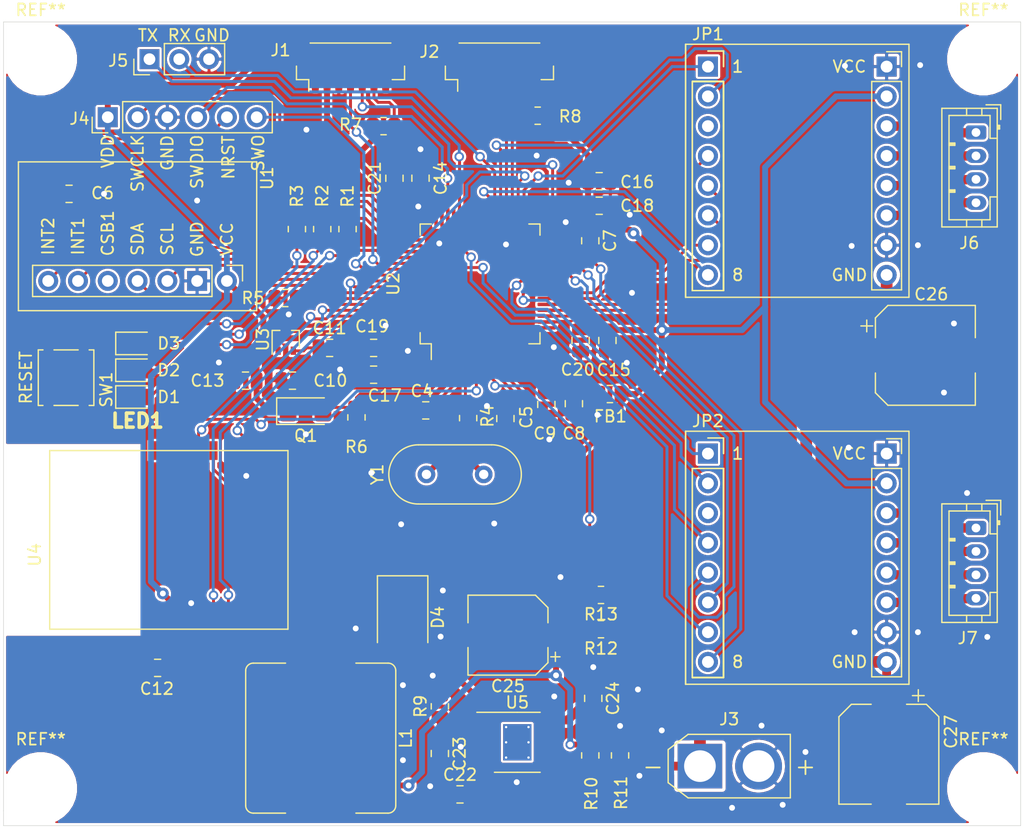
<source format=kicad_pcb>
(kicad_pcb (version 20171130) (host pcbnew "(5.1.9)-1")
  (layers (0 F.Cu signal) (31 B.Cu signal) (34 B.Paste user) (35 F.Paste user) (36 B.SilkS user) (37 F.SilkS user) (38 B.Mask user) (39 F.Mask user) (44 Edge.Cuts user))
  (net 0 "")
  (net 1 GND)
  (net 2 VDD)
  (net 3 "Net-(C4-Pad1)")
  (net 4 "Net-(C5-Pad1)")
  (net 5 NRST)
  (net 6 "Net-(C7-Pad2)")
  (net 7 "Net-(C22-Pad2)")
  (net 8 "Net-(C23-Pad1)")
  (net 9 VCC)
  (net 10 "Net-(D1-Pad2)")
  (net 11 "Net-(D2-Pad2)")
  (net 12 "Net-(D3-Pad2)")
  (net 13 "Net-(D4-Pad2)")
  (net 14 "Net-(J1-Pad7)")
  (net 15 "Net-(J1-Pad6)")
  (net 16 /PB6)
  (net 17 /PB7)
  (net 18 "Net-(J1-Pad1)")
  (net 19 "Net-(J2-Pad7)")
  (net 20 "Net-(J2-Pad6)")
  (net 21 /PB10)
  (net 22 /PB11)
  (net 23 "Net-(J2-Pad1)")
  (net 24 /PB3)
  (net 25 /PA13)
  (net 26 /PA14)
  (net 27 /PA3)
  (net 28 /PA2)
  (net 29 "Net-(J6-Pad4)")
  (net 30 "Net-(J6-Pad3)")
  (net 31 "Net-(J6-Pad2)")
  (net 32 "Net-(J6-Pad1)")
  (net 33 "Net-(J7-Pad4)")
  (net 34 "Net-(J7-Pad3)")
  (net 35 "Net-(J7-Pad2)")
  (net 36 "Net-(J7-Pad1)")
  (net 37 /PC3)
  (net 38 /PA7)
  (net 39 /PA5)
  (net 40 /PA4)
  (net 41 /PA6)
  (net 42 "Net-(JP1-Pad3)")
  (net 43 /PC2)
  (net 44 /PC1)
  (net 45 /PA9)
  (net 46 /PA10)
  (net 47 /PB0)
  (net 48 /PB1)
  (net 49 /PA12)
  (net 50 "Net-(JP2-Pad3)")
  (net 51 /PC5)
  (net 52 /PC4)
  (net 53 "Net-(R1-Pad1)")
  (net 54 "Net-(R2-Pad1)")
  (net 55 "Net-(R4-Pad1)")
  (net 56 "Net-(R5-Pad1)")
  (net 57 "Net-(R10-Pad2)")
  (net 58 /PC0)
  (net 59 /PC7)
  (net 60 /PA8)
  (net 61 /PC9)
  (net 62 /PC8)
  (net 63 /PB9)
  (net 64 /PB8)
  (net 65 /PB15)
  (net 66 /PB14)
  (net 67 /PB13)
  (net 68 /PB12)
  (net 69 "Net-(U2-Pad4)")
  (net 70 "Net-(U4-Pad1)")
  (net 71 "Net-(U4-Pad7)")
  (net 72 "Net-(U4-Pad8)")
  (net 73 "Net-(U4-Pad9)")
  (net 74 "Net-(U4-Pad10)")
  (net 75 "Net-(U4-Pad11)")
  (net 76 "Net-(U4-Pad16)")
  (net 77 "Net-(U4-Pad17)")
  (net 78 "Net-(U4-Pad18)")
  (net 79 "Net-(U5-Pad9)")
  (net 80 "Net-(U5-Pad6)")
  (net 81 "Net-(U5-Pad2)")
  (net 82 /VDDA)
  (net 83 /PC13)
  (net 84 /PA11)
  (net 85 /PC6)
  (net 86 /PB2)
  (net 87 /PA15)
  (net 88 /PC12)
  (net 89 /PB4)
  (net 90 /PB5)
  (net 91 /PA1)
  (net 92 /PC14)
  (net 93 "Net-(U2-Pad14)")
  (net 94 "Net-(U1-Pad5)")
  (module MountingHole:MountingHole_3.2mm_M3 (layer F.Cu) (at 94.234 111.125)
    (fp_text reference REF** (at 0 -4.2) (layer F.SilkS))
    (fp_text value MountingHole_3.2mm_M3)
    (pad "" np_thru_hole circle (at 0 0) (size 3.2 3.2) (drill 3.2) (layers *.Cu *.Mask) (clearance 1.5) (thermal_gap 1))
  )
  (module MountingHole:MountingHole_3.2mm_M3 (layer F.Cu) (at 174.625 111.125)
    (fp_text reference REF** (at 0 -4.2) (layer F.SilkS))
    (fp_text value MountingHole_3.2mm_M3)
    (pad "" np_thru_hole circle (at 0 0) (size 3.2 3.2) (drill 3.2) (layers *.Cu *.Mask) (clearance 1.5) (thermal_gap 1))
  )
  (module MountingHole:MountingHole_3.2mm_M3 (layer F.Cu) (at 174.625 48.895)
    (fp_text reference REF** (at 0 -4.2) (layer F.SilkS))
    (fp_text value MountingHole_3.2mm_M3)
    (pad "" np_thru_hole circle (at 0 0) (size 3.2 3.2) (drill 3.2) (layers *.Cu *.Mask) (clearance 1.5) (thermal_gap 1))
  )
  (module MountingHole:MountingHole_3.2mm_M3 (layer F.Cu) (at 94.234 48.895)
    (fp_text reference REF** (at 0 -4.2) (layer F.SilkS))
    (fp_text value MountingHole_3.2mm_M3)
    (pad "" np_thru_hole circle (at 0 0) (size 3.2 3.2) (drill 3.2) (layers *.Cu *.Mask) (clearance 1.5) (thermal_gap 1))
  )
  (module robotti:PinHeader_1x07_PinHeader_SEN0373 (layer F.Cu) (at 110.109 67.818 270)
    (fp_text reference U1 (at -8.763 -3.429 90) (layer F.SilkS))
    (fp_text value SEN0373)
    (fp_text user INT2 (at -3.81 15.24 90) (layer F.SilkS))
    (fp_text user INT1 (at -3.81 12.7 90) (layer F.SilkS))
    (fp_text user CSB1 (at -4.064 10.16 90) (layer F.SilkS))
    (fp_text user SDA (at -3.556 7.62 90) (layer F.SilkS))
    (fp_text user SCL (at -3.556 5.08 90) (layer F.SilkS))
    (fp_text user VCC (at -3.556 0 90) (layer F.SilkS))
    (fp_text user GND (at -3.556 2.54 90) (layer F.SilkS))
    (pad 1 thru_hole oval (at 0 0 270) (size 1.7 1.7) (drill 1) (layers *.Cu *.Mask) (net 2 VDD))
    (pad 2 thru_hole rect (at 0 2.54 270) (size 1.7 1.7) (drill 1) (layers *.Cu *.Mask) (net 1 GND))
    (pad 3 thru_hole oval (at 0 5.08 270) (size 1.7 1.7) (drill 1) (layers *.Cu *.Mask) (net 16 /PB6))
    (pad 4 thru_hole oval (at 0 7.62 270) (size 1.7 1.7) (drill 1) (layers *.Cu *.Mask) (net 17 /PB7))
    (pad 5 thru_hole oval (at 0 10.16 270) (size 1.7 1.7) (drill 1) (layers *.Cu *.Mask) (net 94 "Net-(U1-Pad5)"))
    (pad 6 thru_hole oval (at 0 12.7 270) (size 1.7 1.7) (drill 1) (layers *.Cu *.Mask) (net 89 /PB4))
    (pad 7 thru_hole oval (at 0 15.24 270) (size 1.7 1.7) (drill 1) (layers *.Cu *.Mask) (net 88 /PC12))
  )
  (module Package_QFP:LQFP-64_10x10mm_P0.5mm (layer F.Cu) (at 131.699 68.072 90)
    (fp_text reference U2 (at 0 -7.4 90) (layer F.SilkS))
    (fp_text value STM32F410RBTx)
    (pad 64 smd roundrect (at -3.75 -5.675 90) (size 0.3 1.55) (layers F.Cu F.Paste F.Mask) (net 2 VDD))
    (pad 63 smd roundrect (at -3.25 -5.675 90) (size 0.3 1.55) (layers F.Cu F.Paste F.Mask) (net 1 GND))
    (pad 62 smd roundrect (at -2.75 -5.675 90) (size 0.3 1.55) (layers F.Cu F.Paste F.Mask) (net 63 /PB9))
    (pad 61 smd roundrect (at -2.25 -5.675 90) (size 0.3 1.55) (layers F.Cu F.Paste F.Mask) (net 64 /PB8))
    (pad 60 smd roundrect (at -1.75 -5.675 90) (size 0.3 1.55) (layers F.Cu F.Paste F.Mask) (net 56 "Net-(R5-Pad1)"))
    (pad 59 smd roundrect (at -1.25 -5.675 90) (size 0.3 1.55) (layers F.Cu F.Paste F.Mask) (net 17 /PB7))
    (pad 58 smd roundrect (at -0.75 -5.675 90) (size 0.3 1.55) (layers F.Cu F.Paste F.Mask) (net 16 /PB6))
    (pad 57 smd roundrect (at -0.25 -5.675 90) (size 0.3 1.55) (layers F.Cu F.Paste F.Mask) (net 90 /PB5))
    (pad 56 smd roundrect (at 0.25 -5.675 90) (size 0.3 1.55) (layers F.Cu F.Paste F.Mask) (net 89 /PB4))
    (pad 55 smd roundrect (at 0.75 -5.675 90) (size 0.3 1.55) (layers F.Cu F.Paste F.Mask) (net 24 /PB3))
    (pad 54 smd roundrect (at 1.25 -5.675 90) (size 0.3 1.55) (layers F.Cu F.Paste F.Mask) (net 22 /PB11))
    (pad 53 smd roundrect (at 1.75 -5.675 90) (size 0.3 1.55) (layers F.Cu F.Paste F.Mask) (net 88 /PC12))
    (pad 52 smd roundrect (at 2.25 -5.675 90) (size 0.3 1.55) (layers F.Cu F.Paste F.Mask) (net 53 "Net-(R1-Pad1)"))
    (pad 51 smd roundrect (at 2.75 -5.675 90) (size 0.3 1.55) (layers F.Cu F.Paste F.Mask) (net 54 "Net-(R2-Pad1)"))
    (pad 50 smd roundrect (at 3.25 -5.675 90) (size 0.3 1.55) (layers F.Cu F.Paste F.Mask) (net 87 /PA15))
    (pad 49 smd roundrect (at 3.75 -5.675 90) (size 0.3 1.55) (layers F.Cu F.Paste F.Mask) (net 26 /PA14))
    (pad 48 smd roundrect (at 5.675 -3.75 90) (size 1.55 0.3) (layers F.Cu F.Paste F.Mask) (net 2 VDD))
    (pad 47 smd roundrect (at 5.675 -3.25 90) (size 1.55 0.3) (layers F.Cu F.Paste F.Mask) (net 1 GND))
    (pad 46 smd roundrect (at 5.675 -2.75 90) (size 1.55 0.3) (layers F.Cu F.Paste F.Mask) (net 25 /PA13))
    (pad 45 smd roundrect (at 5.675 -2.25 90) (size 1.55 0.3) (layers F.Cu F.Paste F.Mask) (net 49 /PA12))
    (pad 44 smd roundrect (at 5.675 -1.75 90) (size 1.55 0.3) (layers F.Cu F.Paste F.Mask) (net 84 /PA11))
    (pad 43 smd roundrect (at 5.675 -1.25 90) (size 1.55 0.3) (layers F.Cu F.Paste F.Mask) (net 46 /PA10))
    (pad 42 smd roundrect (at 5.675 -0.75 90) (size 1.55 0.3) (layers F.Cu F.Paste F.Mask) (net 45 /PA9))
    (pad 41 smd roundrect (at 5.675 -0.25 90) (size 1.55 0.3) (layers F.Cu F.Paste F.Mask) (net 60 /PA8))
    (pad 40 smd roundrect (at 5.675 0.25 90) (size 1.55 0.3) (layers F.Cu F.Paste F.Mask) (net 61 /PC9))
    (pad 39 smd roundrect (at 5.675 0.75 90) (size 1.55 0.3) (layers F.Cu F.Paste F.Mask) (net 62 /PC8))
    (pad 38 smd roundrect (at 5.675 1.25 90) (size 1.55 0.3) (layers F.Cu F.Paste F.Mask) (net 59 /PC7))
    (pad 37 smd roundrect (at 5.675 1.75 90) (size 1.55 0.3) (layers F.Cu F.Paste F.Mask) (net 85 /PC6))
    (pad 36 smd roundrect (at 5.675 2.25 90) (size 1.55 0.3) (layers F.Cu F.Paste F.Mask) (net 65 /PB15))
    (pad 35 smd roundrect (at 5.675 2.75 90) (size 1.55 0.3) (layers F.Cu F.Paste F.Mask) (net 66 /PB14))
    (pad 34 smd roundrect (at 5.675 3.25 90) (size 1.55 0.3) (layers F.Cu F.Paste F.Mask) (net 67 /PB13))
    (pad 33 smd roundrect (at 5.675 3.75 90) (size 1.55 0.3) (layers F.Cu F.Paste F.Mask) (net 68 /PB12))
    (pad 32 smd roundrect (at 3.75 5.675 90) (size 0.3 1.55) (layers F.Cu F.Paste F.Mask) (net 2 VDD))
    (pad 31 smd roundrect (at 3.25 5.675 90) (size 0.3 1.55) (layers F.Cu F.Paste F.Mask) (net 1 GND))
    (pad 30 smd roundrect (at 2.75 5.675 90) (size 0.3 1.55) (layers F.Cu F.Paste F.Mask) (net 6 "Net-(C7-Pad2)"))
    (pad 29 smd roundrect (at 2.25 5.675 90) (size 0.3 1.55) (layers F.Cu F.Paste F.Mask) (net 21 /PB10))
    (pad 28 smd roundrect (at 1.75 5.675 90) (size 0.3 1.55) (layers F.Cu F.Paste F.Mask) (net 86 /PB2))
    (pad 27 smd roundrect (at 1.25 5.675 90) (size 0.3 1.55) (layers F.Cu F.Paste F.Mask) (net 48 /PB1))
    (pad 26 smd roundrect (at 0.75 5.675 90) (size 0.3 1.55) (layers F.Cu F.Paste F.Mask) (net 47 /PB0))
    (pad 25 smd roundrect (at 0.25 5.675 90) (size 0.3 1.55) (layers F.Cu F.Paste F.Mask) (net 51 /PC5))
    (pad 24 smd roundrect (at -0.25 5.675 90) (size 0.3 1.55) (layers F.Cu F.Paste F.Mask) (net 52 /PC4))
    (pad 23 smd roundrect (at -0.75 5.675 90) (size 0.3 1.55) (layers F.Cu F.Paste F.Mask) (net 38 /PA7))
    (pad 22 smd roundrect (at -1.25 5.675 90) (size 0.3 1.55) (layers F.Cu F.Paste F.Mask) (net 41 /PA6))
    (pad 21 smd roundrect (at -1.75 5.675 90) (size 0.3 1.55) (layers F.Cu F.Paste F.Mask) (net 39 /PA5))
    (pad 20 smd roundrect (at -2.25 5.675 90) (size 0.3 1.55) (layers F.Cu F.Paste F.Mask) (net 40 /PA4))
    (pad 19 smd roundrect (at -2.75 5.675 90) (size 0.3 1.55) (layers F.Cu F.Paste F.Mask) (net 2 VDD))
    (pad 18 smd roundrect (at -3.25 5.675 90) (size 0.3 1.55) (layers F.Cu F.Paste F.Mask) (net 1 GND))
    (pad 17 smd roundrect (at -3.75 5.675 90) (size 0.3 1.55) (layers F.Cu F.Paste F.Mask) (net 27 /PA3))
    (pad 16 smd roundrect (at -5.675 3.75 90) (size 1.55 0.3) (layers F.Cu F.Paste F.Mask) (net 28 /PA2))
    (pad 15 smd roundrect (at -5.675 3.25 90) (size 1.55 0.3) (layers F.Cu F.Paste F.Mask) (net 91 /PA1))
    (pad 14 smd roundrect (at -5.675 2.75 90) (size 1.55 0.3) (layers F.Cu F.Paste F.Mask) (net 93 "Net-(U2-Pad14)"))
    (pad 13 smd roundrect (at -5.675 2.25 90) (size 1.55 0.3) (layers F.Cu F.Paste F.Mask) (net 82 /VDDA))
    (pad 12 smd roundrect (at -5.675 1.75 90) (size 1.55 0.3) (layers F.Cu F.Paste F.Mask) (net 1 GND))
    (pad 11 smd roundrect (at -5.675 1.25 90) (size 1.55 0.3) (layers F.Cu F.Paste F.Mask) (net 37 /PC3))
    (pad 10 smd roundrect (at -5.675 0.75 90) (size 1.55 0.3) (layers F.Cu F.Paste F.Mask) (net 43 /PC2))
    (pad 9 smd roundrect (at -5.675 0.25 90) (size 1.55 0.3) (layers F.Cu F.Paste F.Mask) (net 44 /PC1))
    (pad 8 smd roundrect (at -5.675 -0.25 90) (size 1.55 0.3) (layers F.Cu F.Paste F.Mask) (net 58 /PC0))
    (pad 7 smd roundrect (at -5.675 -0.75 90) (size 1.55 0.3) (layers F.Cu F.Paste F.Mask) (net 5 NRST))
    (pad 6 smd roundrect (at -5.675 -1.25 90) (size 1.55 0.3) (layers F.Cu F.Paste F.Mask) (net 55 "Net-(R4-Pad1)"))
    (pad 5 smd roundrect (at -5.675 -1.75 90) (size 1.55 0.3) (layers F.Cu F.Paste F.Mask) (net 3 "Net-(C4-Pad1)"))
    (pad 4 smd roundrect (at -5.675 -2.25 90) (size 1.55 0.3) (layers F.Cu F.Paste F.Mask) (net 69 "Net-(U2-Pad4)"))
    (pad 3 smd roundrect (at -5.675 -2.75 90) (size 1.55 0.3) (layers F.Cu F.Paste F.Mask) (net 92 /PC14))
    (pad 2 smd roundrect (at -5.675 -3.25 90) (size 1.55 0.3) (layers F.Cu F.Paste F.Mask) (net 83 /PC13))
    (pad 1 smd roundrect (at -5.675 -3.75 90) (size 1.55 0.3) (layers F.Cu F.Paste F.Mask) (net 2 VDD))
  )
  (module robotti:RC-SM1276-868 (layer F.Cu) (at 108.966 89.916 90)
    (fp_text reference U4 (at -1.27 -15.24 90) (layer F.SilkS))
    (fp_text value RC-SM1276-868)
    (pad 1 smd rect (at -7.62 -5.08 90) (size 1.6 0.7) (layers F.Cu F.Paste F.Mask) (net 70 "Net-(U4-Pad1)"))
    (pad 2 smd rect (at -7.62 -3.81 90) (size 1.6 0.7) (layers F.Cu F.Paste F.Mask) (net 2 VDD))
    (pad 3 smd rect (at -7.62 -2.54 90) (size 1.6 0.7) (layers F.Cu F.Paste F.Mask) (net 1 GND))
    (pad 4 smd rect (at -7.62 -1.27 90) (size 1.6 0.7) (layers F.Cu F.Paste F.Mask) (net 1 GND))
    (pad 5 smd rect (at -7.62 0 90) (size 1.6 0.7) (layers F.Cu F.Paste F.Mask) (net 64 /PB8))
    (pad 6 smd rect (at -7.62 1.27 90) (size 1.6 0.7) (layers F.Cu F.Paste F.Mask) (net 90 /PB5))
    (pad 7 smd rect (at -7.62 2.54 90) (size 1.6 0.7) (layers F.Cu F.Paste F.Mask) (net 71 "Net-(U4-Pad7)"))
    (pad 8 smd rect (at -7.62 3.81 90) (size 1.6 0.7) (layers F.Cu F.Paste F.Mask) (net 72 "Net-(U4-Pad8)"))
    (pad 9 smd rect (at -7.62 5.08 90) (size 1.6 0.7) (layers F.Cu F.Paste F.Mask) (net 73 "Net-(U4-Pad9)"))
    (pad 10 smd rect (at 7.62 5.08 90) (size 1.6 0.7) (layers F.Cu F.Paste F.Mask) (net 74 "Net-(U4-Pad10)"))
    (pad 11 smd rect (at 7.62 3.81 90) (size 1.6 0.7) (layers F.Cu F.Paste F.Mask) (net 75 "Net-(U4-Pad11)"))
    (pad 12 smd rect (at 7.62 2.54 90) (size 1.6 0.7) (layers F.Cu F.Paste F.Mask) (net 67 /PB13))
    (pad 13 smd rect (at 7.62 1.27 90) (size 1.6 0.7) (layers F.Cu F.Paste F.Mask) (net 43 /PC2))
    (pad 14 smd rect (at 7.62 0 90) (size 1.6 0.7) (layers F.Cu F.Paste F.Mask) (net 37 /PC3))
    (pad 15 smd rect (at 7.62 -1.27 90) (size 1.6 0.7) (layers F.Cu F.Paste F.Mask) (net 63 /PB9))
    (pad 16 smd rect (at 7.62 -2.54 90) (size 1.6 0.7) (layers F.Cu F.Paste F.Mask) (net 76 "Net-(U4-Pad16)"))
    (pad 17 smd rect (at 7.62 -3.81 90) (size 1.6 0.7) (layers F.Cu F.Paste F.Mask) (net 77 "Net-(U4-Pad17)"))
    (pad 18 smd rect (at 7.62 -5.08 90) (size 1.6 0.7) (layers F.Cu F.Paste F.Mask) (net 78 "Net-(U4-Pad18)"))
  )
  (module Crystal:Crystal_HC49-U_Vertical (layer F.Cu) (at 127.127 84.328)
    (fp_text reference Y1 (at -4.191 0 90) (layer F.SilkS))
    (fp_text value ABL-8.000MHZ-B2)
    (pad 2 thru_hole circle (at 4.88 0) (size 1.5 1.5) (drill 0.8) (layers *.Cu *.Mask) (net 4 "Net-(C5-Pad1)"))
    (pad 1 thru_hole circle (at 0 0) (size 1.5 1.5) (drill 0.8) (layers *.Cu *.Mask) (net 3 "Net-(C4-Pad1)"))
  )
  (module Package_SO:HSOP-8-1EP_3.9x4.9mm_P1.27mm_EP2.41x3.1mm_ThermalVias (layer F.Cu) (at 134.874 107.188)
    (fp_text reference U5 (at 0 -3.4) (layer F.SilkS))
    (fp_text value L5973D)
    (pad 9 smd rect (at 0 0) (size 2.41 3.1) (layers B.Cu) (net 79 "Net-(U5-Pad9)"))
    (pad 9 thru_hole circle (at 0.955 1.3) (size 0.5 0.5) (drill 0.2) (layers *.Cu) (net 79 "Net-(U5-Pad9)"))
    (pad 9 thru_hole circle (at -0.955 1.3) (size 0.5 0.5) (drill 0.2) (layers *.Cu) (net 79 "Net-(U5-Pad9)"))
    (pad 9 thru_hole circle (at 0.955 0) (size 0.5 0.5) (drill 0.2) (layers *.Cu) (net 79 "Net-(U5-Pad9)"))
    (pad 9 thru_hole circle (at -0.955 0) (size 0.5 0.5) (drill 0.2) (layers *.Cu) (net 79 "Net-(U5-Pad9)"))
    (pad 9 thru_hole circle (at 0.955 -1.3) (size 0.5 0.5) (drill 0.2) (layers *.Cu) (net 79 "Net-(U5-Pad9)"))
    (pad 9 thru_hole circle (at -0.955 -1.3) (size 0.5 0.5) (drill 0.2) (layers *.Cu) (net 79 "Net-(U5-Pad9)"))
    (pad 9 smd rect (at 0 0) (size 2.41 3.1) (layers F.Cu F.Mask) (net 79 "Net-(U5-Pad9)"))
    (pad 8 smd roundrect (at 2.65 -1.905) (size 1.6 0.6) (layers F.Cu F.Paste F.Mask) (net 9 VCC))
    (pad 7 smd roundrect (at 2.65 -0.635) (size 1.6 0.6) (layers F.Cu F.Paste F.Mask) (net 1 GND))
    (pad 6 smd roundrect (at 2.65 0.635) (size 1.6 0.6) (layers F.Cu F.Paste F.Mask) (net 80 "Net-(U5-Pad6)"))
    (pad 5 smd roundrect (at 2.65 1.905) (size 1.6 0.6) (layers F.Cu F.Paste F.Mask) (net 57 "Net-(R10-Pad2)"))
    (pad 4 smd roundrect (at -2.65 1.905) (size 1.6 0.6) (layers F.Cu F.Paste F.Mask) (net 7 "Net-(C22-Pad2)"))
    (pad 3 smd roundrect (at -2.65 0.635) (size 1.6 0.6) (layers F.Cu F.Paste F.Mask) (net 1 GND))
    (pad 2 smd roundrect (at -2.65 -0.635) (size 1.6 0.6) (layers F.Cu F.Paste F.Mask) (net 81 "Net-(U5-Pad2)"))
    (pad 1 smd roundrect (at -2.65 -1.905) (size 1.6 0.6) (layers F.Cu F.Paste F.Mask) (net 13 "Net-(D4-Pad2)"))
  )
  (module Package_TO_SOT_SMD:SOT-323_SC-70 (layer F.Cu) (at 115.1255 72.771 90)
    (fp_text reference U3 (at -0.05 -1.95 90) (layer F.SilkS))
    (fp_text value TMP235)
    (pad 3 smd rect (at 1 0) (size 0.45 0.7) (layers F.Cu F.Paste F.Mask) (net 1 GND))
    (pad 2 smd rect (at -1 0.65) (size 0.45 0.7) (layers F.Cu F.Paste F.Mask) (net 83 /PC13))
    (pad 1 smd rect (at -1 -0.65) (size 0.45 0.7) (layers F.Cu F.Paste F.Mask) (net 2 VDD))
  )
  (module Button_Switch_SMD:SW_SPST_TL3305A (layer F.Cu) (at 96.393 76.073 90)
    (fp_text reference SW1 (at -1.016 3.429 90) (layer F.SilkS))
    (fp_text value SW_SPST)
    (pad 2 smd rect (at -3.6 1.5 90) (size 1.6 1.4) (layers F.Cu F.Paste F.Mask) (net 5 NRST))
    (pad 2 smd rect (at 3.6 1.5 90) (size 1.6 1.4) (layers F.Cu F.Paste F.Mask) (net 5 NRST))
    (pad 1 smd rect (at -3.6 -1.5 90) (size 1.6 1.4) (layers F.Cu F.Paste F.Mask) (net 1 GND))
    (pad 1 smd rect (at 3.6 -1.5 90) (size 1.6 1.4) (layers F.Cu F.Paste F.Mask) (net 1 GND))
  )
  (module Resistor_SMD:R_0805_2012Metric (layer F.Cu) (at 142.0095 94.615 180)
    (fp_text reference R13 (at 0 -1.65) (layer F.SilkS))
    (fp_text value 5K)
    (pad 2 smd roundrect (at 0.9125 0 180) (size 1.025 1.4) (layers F.Cu F.Paste F.Mask) (roundrect_rratio 0.243902) (net 44 /PC1))
    (pad 1 smd roundrect (at -0.9125 0 180) (size 1.025 1.4) (layers F.Cu F.Paste F.Mask) (roundrect_rratio 0.243902) (net 1 GND))
  )
  (module Resistor_SMD:R_0805_2012Metric (layer F.Cu) (at 142.0095 97.536 180)
    (fp_text reference R12 (at 0 -1.65) (layer F.SilkS))
    (fp_text value 20K)
    (pad 2 smd roundrect (at 0.9125 0 180) (size 1.025 1.4) (layers F.Cu F.Paste F.Mask) (roundrect_rratio 0.243902) (net 44 /PC1))
    (pad 1 smd roundrect (at -0.9125 0 180) (size 1.025 1.4) (layers F.Cu F.Paste F.Mask) (roundrect_rratio 0.243902) (net 9 VCC))
  )
  (module Resistor_SMD:R_0805_2012Metric (layer F.Cu) (at 143.637 108.3075 90)
    (fp_text reference R11 (at -3.1985 0.0889 90) (layer F.SilkS))
    (fp_text value 4.3K)
    (pad 2 smd roundrect (at 0.9125 0 90) (size 1.025 1.4) (layers F.Cu F.Paste F.Mask) (roundrect_rratio 0.243902) (net 1 GND))
    (pad 1 smd roundrect (at -0.9125 0 90) (size 1.025 1.4) (layers F.Cu F.Paste F.Mask) (roundrect_rratio 0.243902) (net 57 "Net-(R10-Pad2)"))
  )
  (module Resistor_SMD:R_0805_2012Metric (layer F.Cu) (at 141.097 108.3075 270)
    (fp_text reference R10 (at 3.262 -0.0889 90) (layer F.SilkS))
    (fp_text value 7.15K)
    (pad 2 smd roundrect (at 0.9125 0 270) (size 1.025 1.4) (layers F.Cu F.Paste F.Mask) (roundrect_rratio 0.243902) (net 57 "Net-(R10-Pad2)"))
    (pad 1 smd roundrect (at -0.9125 0 270) (size 1.025 1.4) (layers F.Cu F.Paste F.Mask) (roundrect_rratio 0.243902) (net 2 VDD))
  )
  (module Resistor_SMD:R_0805_2012Metric (layer F.Cu) (at 128.27 104.1165 90)
    (fp_text reference R9 (at 0 -1.651 270) (layer F.SilkS))
    (fp_text value 4.3K)
    (pad 2 smd roundrect (at 0.9125 0 90) (size 1.025 1.4) (layers F.Cu F.Paste F.Mask) (roundrect_rratio 0.243902) (net 1 GND))
    (pad 1 smd roundrect (at -0.9125 0 90) (size 1.025 1.4) (layers F.Cu F.Paste F.Mask) (roundrect_rratio 0.243902) (net 8 "Net-(C23-Pad1)"))
  )
  (module Resistor_SMD:R_0805_2012Metric (layer F.Cu) (at 136.612 53.721)
    (fp_text reference R8 (at 2.7705 0.0635) (layer F.SilkS))
    (fp_text value 10k)
    (pad 2 smd roundrect (at 0.9125 0) (size 1.025 1.4) (layers F.Cu F.Paste F.Mask) (roundrect_rratio 0.243902) (net 2 VDD))
    (pad 1 smd roundrect (at -0.9125 0) (size 1.025 1.4) (layers F.Cu F.Paste F.Mask) (roundrect_rratio 0.243902) (net 20 "Net-(J2-Pad6)"))
  )
  (module Resistor_SMD:R_0805_2012Metric (layer F.Cu) (at 123.4675 54.61 180)
    (fp_text reference R7 (at 2.8175 0.127) (layer F.SilkS))
    (fp_text value 10k)
    (pad 2 smd roundrect (at 0.9125 0 180) (size 1.025 1.4) (layers F.Cu F.Paste F.Mask) (roundrect_rratio 0.243902) (net 2 VDD))
    (pad 1 smd roundrect (at -0.9125 0 180) (size 1.025 1.4) (layers F.Cu F.Paste F.Mask) (roundrect_rratio 0.243902) (net 15 "Net-(J1-Pad6)"))
  )
  (module Resistor_SMD:R_0805_2012Metric (layer F.Cu) (at 121.158 79.462 270)
    (fp_text reference R6 (at 2.5165 0 180) (layer F.SilkS))
    (fp_text value 10K)
    (pad 2 smd roundrect (at 0.9125 0 270) (size 1.025 1.4) (layers F.Cu F.Paste F.Mask) (roundrect_rratio 0.243902) (net 1 GND))
    (pad 1 smd roundrect (at -0.9125 0 270) (size 1.025 1.4) (layers F.Cu F.Paste F.Mask) (roundrect_rratio 0.243902) (net 92 /PC14))
  )
  (module Resistor_SMD:R_0805_2012Metric (layer F.Cu) (at 115.0855 69.2785 180)
    (fp_text reference R5 (at 2.754 0) (layer F.SilkS))
    (fp_text value 10k)
    (pad 2 smd roundrect (at 0.9125 0 180) (size 1.025 1.4) (layers F.Cu F.Paste F.Mask) (roundrect_rratio 0.243902) (net 1 GND))
    (pad 1 smd roundrect (at -0.9125 0 180) (size 1.025 1.4) (layers F.Cu F.Paste F.Mask) (roundrect_rratio 0.243902) (net 56 "Net-(R5-Pad1)"))
  )
  (module Resistor_SMD:R_0805_2012Metric (layer F.Cu) (at 130.683 79.5255 270)
    (fp_text reference R4 (at -0.1759 -1.65 90) (layer F.SilkS))
    (fp_text value 830)
    (pad 2 smd roundrect (at 0.9125 0 270) (size 1.025 1.4) (layers F.Cu F.Paste F.Mask) (roundrect_rratio 0.243902) (net 4 "Net-(C5-Pad1)"))
    (pad 1 smd roundrect (at -0.9125 0 270) (size 1.025 1.4) (layers F.Cu F.Paste F.Mask) (roundrect_rratio 0.243902) (net 55 "Net-(R4-Pad1)"))
  )
  (module Resistor_SMD:R_0805_2012Metric (layer F.Cu) (at 116.078 63.3965 270)
    (fp_text reference R3 (at -2.8175 0 90) (layer F.SilkS))
    (fp_text value 150)
    (pad 2 smd roundrect (at 0.9125 0 270) (size 1.025 1.4) (layers F.Cu F.Paste F.Mask) (roundrect_rratio 0.243902) (net 12 "Net-(D3-Pad2)"))
    (pad 1 smd roundrect (at -0.9125 0 270) (size 1.025 1.4) (layers F.Cu F.Paste F.Mask) (roundrect_rratio 0.243902) (net 87 /PA15))
  )
  (module Resistor_SMD:R_0805_2012Metric (layer F.Cu) (at 118.237 63.3965 270)
    (fp_text reference R2 (at -2.834 0 90) (layer F.SilkS))
    (fp_text value 150)
    (pad 2 smd roundrect (at 0.9125 0 270) (size 1.025 1.4) (layers F.Cu F.Paste F.Mask) (roundrect_rratio 0.243902) (net 11 "Net-(D2-Pad2)"))
    (pad 1 smd roundrect (at -0.9125 0 270) (size 1.025 1.4) (layers F.Cu F.Paste F.Mask) (roundrect_rratio 0.243902) (net 54 "Net-(R2-Pad1)"))
  )
  (module Resistor_SMD:R_0805_2012Metric (layer F.Cu) (at 120.396 63.3965 270)
    (fp_text reference R1 (at -2.8175 0 90) (layer F.SilkS))
    (fp_text value 150)
    (pad 2 smd roundrect (at 0.9125 0 270) (size 1.025 1.4) (layers F.Cu F.Paste F.Mask) (roundrect_rratio 0.243902) (net 10 "Net-(D1-Pad2)"))
    (pad 1 smd roundrect (at -0.9125 0 270) (size 1.025 1.4) (layers F.Cu F.Paste F.Mask) (roundrect_rratio 0.243902) (net 53 "Net-(R1-Pad1)"))
  )
  (module Diode_SMD:D_1206_3216Metric_Pad1.42x1.75mm_HandSolder (layer F.Cu) (at 116.813 78.9305)
    (fp_text reference Q1 (at 0.027 2.0955) (layer F.SilkS))
    (fp_text value ALS-PT19-315C)
    (pad 2 smd roundrect (at 1.4875 0) (size 1.425 1.75) (layers F.Cu F.Paste F.Mask) (roundrect_rratio 0.175439) (net 92 /PC14))
    (pad 1 smd roundrect (at -1.4875 0) (size 1.425 1.75) (layers F.Cu F.Paste F.Mask) (roundrect_rratio 0.175439) (net 2 VDD))
  )
  (module Inductor_SMD:L_Bourns_SRR1260 (layer F.Cu) (at 118.11 106.831 270)
    (fp_text reference L1 (at 0 -7.25 90) (layer F.SilkS))
    (fp_text value 15uH)
    (pad 1 smd rect (at -4.85 0 270) (size 2.9 5.4) (layers F.Cu F.Paste F.Mask) (net 13 "Net-(D4-Pad2)"))
    (pad 2 smd rect (at 4.85 0 270) (size 2.9 5.4) (layers F.Cu F.Paste F.Mask) (net 2 VDD))
  )
  (module robotti:TMC2130 (layer F.Cu) (at 151.13 82.55)
    (fp_text reference JP2 (at 0 -2.77) (layer F.SilkS))
    (fp_text value TMC2130-Connector_JP)
    (fp_text user 8 (at 2.54 17.78) (layer F.SilkS))
    (fp_text user 1 (at 2.54 0) (layer F.SilkS))
    (fp_text user GND (at 12.065 17.78) (layer F.SilkS))
    (fp_text user VCC (at 12.065 0) (layer F.SilkS))
    (pad 9 thru_hole oval (at 15.24 17.78) (size 1.7 1.7) (drill 1) (layers *.Cu *.Mask) (net 9 VCC))
    (pad 10 thru_hole oval (at 15.24 15.24) (size 1.7 1.7) (drill 1) (layers *.Cu *.Mask) (net 1 GND))
    (pad 11 thru_hole oval (at 15.24 12.7) (size 1.7 1.7) (drill 1) (layers *.Cu *.Mask) (net 33 "Net-(J7-Pad4)"))
    (pad 12 thru_hole oval (at 15.24 10.16) (size 1.7 1.7) (drill 1) (layers *.Cu *.Mask) (net 34 "Net-(J7-Pad3)"))
    (pad 13 thru_hole oval (at 15.24 7.62) (size 1.7 1.7) (drill 1) (layers *.Cu *.Mask) (net 35 "Net-(J7-Pad2)"))
    (pad 14 thru_hole oval (at 15.24 5.08) (size 1.7 1.7) (drill 1) (layers *.Cu *.Mask) (net 36 "Net-(J7-Pad1)"))
    (pad 15 thru_hole oval (at 15.24 2.54) (size 1.7 1.7) (drill 1) (layers *.Cu *.Mask) (net 2 VDD))
    (pad 16 thru_hole rect (at 15.24 0) (size 1.7 1.7) (drill 1) (layers *.Cu *.Mask) (net 1 GND))
    (pad 16 thru_hole rect (at 15.24 0) (size 1.7 1.7) (drill 1) (layers *.Cu *.Mask) (net 1 GND))
    (pad 15 thru_hole oval (at 15.24 2.54) (size 1.7 1.7) (drill 1) (layers *.Cu *.Mask) (net 2 VDD))
    (pad 14 thru_hole oval (at 15.24 5.08) (size 1.7 1.7) (drill 1) (layers *.Cu *.Mask) (net 36 "Net-(J7-Pad1)"))
    (pad 13 thru_hole oval (at 15.24 7.62) (size 1.7 1.7) (drill 1) (layers *.Cu *.Mask) (net 35 "Net-(J7-Pad2)"))
    (pad 12 thru_hole oval (at 15.24 10.16) (size 1.7 1.7) (drill 1) (layers *.Cu *.Mask) (net 34 "Net-(J7-Pad3)"))
    (pad 11 thru_hole oval (at 15.24 12.7) (size 1.7 1.7) (drill 1) (layers *.Cu *.Mask) (net 33 "Net-(J7-Pad4)"))
    (pad 10 thru_hole oval (at 15.24 15.24) (size 1.7 1.7) (drill 1) (layers *.Cu *.Mask) (net 1 GND))
    (pad 9 thru_hole oval (at 15.24 17.78) (size 1.7 1.7) (drill 1) (layers *.Cu *.Mask) (net 9 VCC))
    (pad 8 thru_hole oval (at 0 17.78) (size 1.7 1.7) (drill 1) (layers *.Cu *.Mask) (net 86 /PB2))
    (pad 7 thru_hole oval (at 0 15.24) (size 1.7 1.7) (drill 1) (layers *.Cu *.Mask) (net 46 /PA10))
    (pad 6 thru_hole oval (at 0 12.7) (size 1.7 1.7) (drill 1) (layers *.Cu *.Mask) (net 47 /PB0))
    (pad 5 thru_hole oval (at 0 10.16) (size 1.7 1.7) (drill 1) (layers *.Cu *.Mask) (net 48 /PB1))
    (pad 4 thru_hole oval (at 0 7.62) (size 1.7 1.7) (drill 1) (layers *.Cu *.Mask) (net 49 /PA12))
    (pad 3 thru_hole oval (at 0 5.08) (size 1.7 1.7) (drill 1) (layers *.Cu *.Mask) (net 50 "Net-(JP2-Pad3)"))
    (pad 2 thru_hole oval (at 0 2.54) (size 1.7 1.7) (drill 1) (layers *.Cu *.Mask) (net 51 /PC5))
    (pad 1 thru_hole rect (at 0 0) (size 1.7 1.7) (drill 1) (layers *.Cu *.Mask) (net 52 /PC4))
    (pad 1 thru_hole rect (at 0 0) (size 1.7 1.7) (drill 1) (layers *.Cu *.Mask) (net 52 /PC4))
    (pad 2 thru_hole oval (at 0 2.54) (size 1.7 1.7) (drill 1) (layers *.Cu *.Mask) (net 51 /PC5))
    (pad 3 thru_hole oval (at 0 5.08) (size 1.7 1.7) (drill 1) (layers *.Cu *.Mask) (net 50 "Net-(JP2-Pad3)"))
    (pad 4 thru_hole oval (at 0 7.62) (size 1.7 1.7) (drill 1) (layers *.Cu *.Mask) (net 49 /PA12))
    (pad 5 thru_hole oval (at 0 10.16) (size 1.7 1.7) (drill 1) (layers *.Cu *.Mask) (net 48 /PB1))
    (pad 6 thru_hole oval (at 0 12.7) (size 1.7 1.7) (drill 1) (layers *.Cu *.Mask) (net 47 /PB0))
    (pad 7 thru_hole oval (at 0 15.24) (size 1.7 1.7) (drill 1) (layers *.Cu *.Mask) (net 46 /PA10))
    (pad 8 thru_hole oval (at 0 17.78) (size 1.7 1.7) (drill 1) (layers *.Cu *.Mask) (net 86 /PB2))
  )
  (module robotti:TMC2130 (layer F.Cu) (at 151.13 49.53)
    (fp_text reference JP1 (at 0 -2.77) (layer F.SilkS))
    (fp_text value TMC2130-Connector_JP)
    (fp_text user 8 (at 2.54 17.78) (layer F.SilkS))
    (fp_text user 1 (at 2.54 0) (layer F.SilkS))
    (fp_text user GND (at 12.065 17.78) (layer F.SilkS))
    (fp_text user VCC (at 12.065 0) (layer F.SilkS))
    (pad 9 thru_hole oval (at 15.24 17.78) (size 1.7 1.7) (drill 1) (layers *.Cu *.Mask) (net 9 VCC))
    (pad 10 thru_hole oval (at 15.24 15.24) (size 1.7 1.7) (drill 1) (layers *.Cu *.Mask) (net 1 GND))
    (pad 11 thru_hole oval (at 15.24 12.7) (size 1.7 1.7) (drill 1) (layers *.Cu *.Mask) (net 29 "Net-(J6-Pad4)"))
    (pad 12 thru_hole oval (at 15.24 10.16) (size 1.7 1.7) (drill 1) (layers *.Cu *.Mask) (net 30 "Net-(J6-Pad3)"))
    (pad 13 thru_hole oval (at 15.24 7.62) (size 1.7 1.7) (drill 1) (layers *.Cu *.Mask) (net 31 "Net-(J6-Pad2)"))
    (pad 14 thru_hole oval (at 15.24 5.08) (size 1.7 1.7) (drill 1) (layers *.Cu *.Mask) (net 32 "Net-(J6-Pad1)"))
    (pad 15 thru_hole oval (at 15.24 2.54) (size 1.7 1.7) (drill 1) (layers *.Cu *.Mask) (net 2 VDD))
    (pad 16 thru_hole rect (at 15.24 0) (size 1.7 1.7) (drill 1) (layers *.Cu *.Mask) (net 1 GND))
    (pad 16 thru_hole rect (at 15.24 0) (size 1.7 1.7) (drill 1) (layers *.Cu *.Mask) (net 1 GND))
    (pad 15 thru_hole oval (at 15.24 2.54) (size 1.7 1.7) (drill 1) (layers *.Cu *.Mask) (net 2 VDD))
    (pad 14 thru_hole oval (at 15.24 5.08) (size 1.7 1.7) (drill 1) (layers *.Cu *.Mask) (net 32 "Net-(J6-Pad1)"))
    (pad 13 thru_hole oval (at 15.24 7.62) (size 1.7 1.7) (drill 1) (layers *.Cu *.Mask) (net 31 "Net-(J6-Pad2)"))
    (pad 12 thru_hole oval (at 15.24 10.16) (size 1.7 1.7) (drill 1) (layers *.Cu *.Mask) (net 30 "Net-(J6-Pad3)"))
    (pad 11 thru_hole oval (at 15.24 12.7) (size 1.7 1.7) (drill 1) (layers *.Cu *.Mask) (net 29 "Net-(J6-Pad4)"))
    (pad 10 thru_hole oval (at 15.24 15.24) (size 1.7 1.7) (drill 1) (layers *.Cu *.Mask) (net 1 GND))
    (pad 9 thru_hole oval (at 15.24 17.78) (size 1.7 1.7) (drill 1) (layers *.Cu *.Mask) (net 9 VCC))
    (pad 8 thru_hole oval (at 0 17.78) (size 1.7 1.7) (drill 1) (layers *.Cu *.Mask) (net 62 /PC8))
    (pad 7 thru_hole oval (at 0 15.24) (size 1.7 1.7) (drill 1) (layers *.Cu *.Mask) (net 38 /PA7))
    (pad 6 thru_hole oval (at 0 12.7) (size 1.7 1.7) (drill 1) (layers *.Cu *.Mask) (net 39 /PA5))
    (pad 5 thru_hole oval (at 0 10.16) (size 1.7 1.7) (drill 1) (layers *.Cu *.Mask) (net 40 /PA4))
    (pad 4 thru_hole oval (at 0 7.62) (size 1.7 1.7) (drill 1) (layers *.Cu *.Mask) (net 41 /PA6))
    (pad 3 thru_hole oval (at 0 5.08) (size 1.7 1.7) (drill 1) (layers *.Cu *.Mask) (net 42 "Net-(JP1-Pad3)"))
    (pad 2 thru_hole oval (at 0 2.54) (size 1.7 1.7) (drill 1) (layers *.Cu *.Mask) (net 85 /PC6))
    (pad 1 thru_hole rect (at 0 0) (size 1.7 1.7) (drill 1) (layers *.Cu *.Mask) (net 68 /PB12))
    (pad 1 thru_hole rect (at 0 0) (size 1.7 1.7) (drill 1) (layers *.Cu *.Mask) (net 68 /PB12))
    (pad 2 thru_hole oval (at 0 2.54) (size 1.7 1.7) (drill 1) (layers *.Cu *.Mask) (net 85 /PC6))
    (pad 3 thru_hole oval (at 0 5.08) (size 1.7 1.7) (drill 1) (layers *.Cu *.Mask) (net 42 "Net-(JP1-Pad3)"))
    (pad 4 thru_hole oval (at 0 7.62) (size 1.7 1.7) (drill 1) (layers *.Cu *.Mask) (net 41 /PA6))
    (pad 5 thru_hole oval (at 0 10.16) (size 1.7 1.7) (drill 1) (layers *.Cu *.Mask) (net 40 /PA4))
    (pad 6 thru_hole oval (at 0 12.7) (size 1.7 1.7) (drill 1) (layers *.Cu *.Mask) (net 39 /PA5))
    (pad 7 thru_hole oval (at 0 15.24) (size 1.7 1.7) (drill 1) (layers *.Cu *.Mask) (net 38 /PA7))
    (pad 8 thru_hole oval (at 0 17.78) (size 1.7 1.7) (drill 1) (layers *.Cu *.Mask) (net 62 /PC8))
  )
  (module Connector_JST:JST_PH_B4B-PH-K_1x04_P2.00mm_Vertical (layer F.Cu) (at 173.99 88.9 270)
    (fp_text reference J7 (at 9.398 0.7112 180) (layer F.SilkS))
    (fp_text value Nema14)
    (pad 4 thru_hole oval (at 6 0 270) (size 1.2 1.75) (drill 0.75) (layers *.Cu *.Mask) (net 33 "Net-(J7-Pad4)"))
    (pad 3 thru_hole oval (at 4 0 270) (size 1.2 1.75) (drill 0.75) (layers *.Cu *.Mask) (net 34 "Net-(J7-Pad3)"))
    (pad 2 thru_hole oval (at 2 0 270) (size 1.2 1.75) (drill 0.75) (layers *.Cu *.Mask) (net 35 "Net-(J7-Pad2)"))
    (pad 1 thru_hole roundrect (at 0 0 270) (size 1.2 1.75) (drill 0.75) (layers *.Cu *.Mask) (roundrect_rratio 0.208333) (net 36 "Net-(J7-Pad1)"))
  )
  (module Connector_JST:JST_PH_B4B-PH-K_1x04_P2.00mm_Vertical (layer F.Cu) (at 173.99 55.15 270)
    (fp_text reference J6 (at 9.4295 0.5715 180) (layer F.SilkS))
    (fp_text value Nema14)
    (pad 4 thru_hole oval (at 6 0 270) (size 1.2 1.75) (drill 0.75) (layers *.Cu *.Mask) (net 29 "Net-(J6-Pad4)"))
    (pad 3 thru_hole oval (at 4 0 270) (size 1.2 1.75) (drill 0.75) (layers *.Cu *.Mask) (net 30 "Net-(J6-Pad3)"))
    (pad 2 thru_hole oval (at 2 0 270) (size 1.2 1.75) (drill 0.75) (layers *.Cu *.Mask) (net 31 "Net-(J6-Pad2)"))
    (pad 1 thru_hole roundrect (at 0 0 270) (size 1.2 1.75) (drill 0.75) (layers *.Cu *.Mask) (roundrect_rratio 0.208333) (net 32 "Net-(J6-Pad1)"))
  )
  (module Connector_PinHeader_2.54mm:PinHeader_1x03_P2.54mm_Vertical (layer F.Cu) (at 103.505 48.895 90)
    (fp_text reference J5 (at -0.127 -2.667 180) (layer F.SilkS))
    (fp_text value UART)
    (pad 3 thru_hole oval (at 0 5.08 90) (size 1.7 1.7) (drill 1) (layers *.Cu *.Mask) (net 1 GND))
    (pad 2 thru_hole oval (at 0 2.54 90) (size 1.7 1.7) (drill 1) (layers *.Cu *.Mask) (net 59 /PC7))
    (pad 1 thru_hole rect (at 0 0 90) (size 1.7 1.7) (drill 1) (layers *.Cu *.Mask) (net 84 /PA11))
  )
  (module Connector_PinHeader_2.54mm:PinHeader_1x06_P2.54mm_Vertical (layer F.Cu) (at 99.949 53.848 90)
    (fp_text reference J4 (at -0.127 -2.413 180) (layer F.SilkS))
    (fp_text value ST-LINK_V2)
    (pad 6 thru_hole oval (at 0 12.7 90) (size 1.7 1.7) (drill 1) (layers *.Cu *.Mask) (net 24 /PB3))
    (pad 5 thru_hole oval (at 0 10.16 90) (size 1.7 1.7) (drill 1) (layers *.Cu *.Mask) (net 5 NRST))
    (pad 4 thru_hole oval (at 0 7.62 90) (size 1.7 1.7) (drill 1) (layers *.Cu *.Mask) (net 25 /PA13))
    (pad 3 thru_hole oval (at 0 5.08 90) (size 1.7 1.7) (drill 1) (layers *.Cu *.Mask) (net 1 GND))
    (pad 2 thru_hole oval (at 0 2.54 90) (size 1.7 1.7) (drill 1) (layers *.Cu *.Mask) (net 26 /PA14))
    (pad 1 thru_hole rect (at 0 0 90) (size 1.7 1.7) (drill 1) (layers *.Cu *.Mask) (net 2 VDD))
  )
  (module Connector_AMASS:AMASS_XT30U-F_1x02_P5.0mm_Vertical (layer F.Cu) (at 150.448 109.22)
    (fp_text reference J3 (at 2.5 -4) (layer F.SilkS))
    (fp_text value XT30)
    (fp_text user - (at -4 0) (layer F.SilkS) (effects (font (size 1.5 1.5))))
    (fp_text user + (at 9 0) (layer F.SilkS) (effects (font (size 1.5 1.5))))
    (pad 2 thru_hole circle (at 5 0) (size 4 4) (drill 2.7) (layers *.Cu *.Mask) (net 1 GND))
    (pad 1 thru_hole rect (at 0 0) (size 3.8 3.8) (drill 2.7) (layers *.Cu *.Mask) (net 9 VCC))
  )
  (module Connector_JST:JST_SH_BM07B-SRSS-TB_1x07-1MP_P1.00mm_Vertical (layer F.Cu) (at 133.35 49.53)
    (fp_text reference J2 (at -5.969 -1.27) (layer F.SilkS))
    (fp_text value VL53L1X)
    (pad MP smd roundrect (at 4.3 -1.2) (size 1.2 1.8) (layers F.Cu F.Paste F.Mask) (roundrect_rratio 0.208333))
    (pad MP smd roundrect (at -4.3 -1.2) (size 1.2 1.8) (layers F.Cu F.Paste F.Mask) (roundrect_rratio 0.208333))
    (pad 7 smd roundrect (at 3 1.325) (size 0.6 1.55) (layers F.Cu F.Paste F.Mask) (net 19 "Net-(J2-Pad7)"))
    (pad 6 smd roundrect (at 2 1.325) (size 0.6 1.55) (layers F.Cu F.Paste F.Mask) (net 20 "Net-(J2-Pad6)"))
    (pad 5 smd roundrect (at 1 1.325) (size 0.6 1.55) (layers F.Cu F.Paste F.Mask) (net 65 /PB15))
    (pad 4 smd roundrect (at 0 1.325) (size 0.6 1.55) (layers F.Cu F.Paste F.Mask) (net 66 /PB14))
    (pad 3 smd roundrect (at -1 1.325) (size 0.6 1.55) (layers F.Cu F.Paste F.Mask) (net 1 GND))
    (pad 2 smd roundrect (at -2 1.325) (size 0.6 1.55) (layers F.Cu F.Paste F.Mask) (net 2 VDD))
    (pad 1 smd roundrect (at -3 1.325) (size 0.6 1.55) (layers F.Cu F.Paste F.Mask) (net 23 "Net-(J2-Pad1)"))
  )
  (module Connector_JST:JST_SH_BM07B-SRSS-TB_1x07-1MP_P1.00mm_Vertical (layer F.Cu) (at 120.65 49.53)
    (fp_text reference J1 (at -5.969 -1.397) (layer F.SilkS))
    (fp_text value VL53L1X)
    (pad MP smd roundrect (at 4.3 -1.2) (size 1.2 1.8) (layers F.Cu F.Paste F.Mask) (roundrect_rratio 0.208333))
    (pad MP smd roundrect (at -4.3 -1.2) (size 1.2 1.8) (layers F.Cu F.Paste F.Mask) (roundrect_rratio 0.208333))
    (pad 7 smd roundrect (at 3 1.325) (size 0.6 1.55) (layers F.Cu F.Paste F.Mask) (net 14 "Net-(J1-Pad7)"))
    (pad 6 smd roundrect (at 2 1.325) (size 0.6 1.55) (layers F.Cu F.Paste F.Mask) (net 15 "Net-(J1-Pad6)"))
    (pad 5 smd roundrect (at 1 1.325) (size 0.6 1.55) (layers F.Cu F.Paste F.Mask) (net 21 /PB10))
    (pad 4 smd roundrect (at 0 1.325) (size 0.6 1.55) (layers F.Cu F.Paste F.Mask) (net 22 /PB11))
    (pad 3 smd roundrect (at -1 1.325) (size 0.6 1.55) (layers F.Cu F.Paste F.Mask) (net 1 GND))
    (pad 2 smd roundrect (at -2 1.325) (size 0.6 1.55) (layers F.Cu F.Paste F.Mask) (net 2 VDD))
    (pad 1 smd roundrect (at -3 1.325) (size 0.6 1.55) (layers F.Cu F.Paste F.Mask) (net 18 "Net-(J1-Pad1)"))
  )
  (module Resistor_SMD:R_0805_2012Metric (layer F.Cu) (at 142.7715 77.47)
    (fp_text reference FB1 (at 0.04 1.905) (layer F.SilkS))
    (fp_text value Ferrite_Bead)
    (pad 2 smd roundrect (at 0.9125 0) (size 1.025 1.4) (layers F.Cu F.Paste F.Mask) (roundrect_rratio 0.243902) (net 2 VDD))
    (pad 1 smd roundrect (at -0.9125 0) (size 1.025 1.4) (layers F.Cu F.Paste F.Mask) (roundrect_rratio 0.243902) (net 82 /VDDA))
  )
  (module Diode_SMD:D_SMB (layer F.Cu) (at 125.095 96.529 270)
    (fp_text reference D4 (at 0 -3 90) (layer F.SilkS))
    (fp_text value DIODE)
    (pad 2 smd rect (at 2.15 0 270) (size 2.5 2.3) (layers F.Cu F.Paste F.Mask) (net 13 "Net-(D4-Pad2)"))
    (pad 1 smd rect (at -2.15 0 270) (size 2.5 2.3) (layers F.Cu F.Paste F.Mask) (net 1 GND))
  )
  (module LED_SMD:LED_0805_2012Metric (layer F.Cu) (at 102.3135 73.152)
    (fp_text reference D3 (at 2.8425 0 180) (layer F.SilkS))
    (fp_text value LED)
    (pad 2 smd roundrect (at 0.9375 0) (size 0.975 1.4) (layers F.Cu F.Paste F.Mask) (net 12 "Net-(D3-Pad2)"))
    (pad 1 smd roundrect (at -0.9375 0) (size 0.975 1.4) (layers F.Cu F.Paste F.Mask) (net 1 GND))
  )
  (module LED_SMD:LED_0805_2012Metric (layer F.Cu) (at 102.3135 75.438)
    (fp_text reference D2 (at 2.8425 0 180) (layer F.SilkS))
    (fp_text value LED)
    (pad 2 smd roundrect (at 0.9375 0) (size 0.975 1.4) (layers F.Cu F.Paste F.Mask) (net 11 "Net-(D2-Pad2)"))
    (pad 1 smd roundrect (at -0.9375 0) (size 0.975 1.4) (layers F.Cu F.Paste F.Mask) (net 1 GND))
  )
  (module LED_SMD:LED_0805_2012Metric (layer F.Cu) (at 102.3135 77.724)
    (fp_text reference D1 (at 2.8425 0 180) (layer F.SilkS))
    (fp_text value LED)
    (pad 2 smd roundrect (at 0.9375 0) (size 0.975 1.4) (layers F.Cu F.Paste F.Mask) (net 10 "Net-(D1-Pad2)"))
    (pad 1 smd roundrect (at -0.9375 0) (size 0.975 1.4) (layers F.Cu F.Paste F.Mask) (net 1 GND))
  )
  (module Capacitor_SMD:CP_Elec_8x5.4 (layer F.Cu) (at 166.5605 108.204 270)
    (fp_text reference C27 (at -1.9177 -5.2959 90) (layer F.SilkS))
    (fp_text value 100uF)
    (pad 2 smd roundrect (at 3.05 0 270) (size 4 2.5) (layers F.Cu F.Paste F.Mask) (roundrect_rratio 0.1) (net 1 GND))
    (pad 1 smd roundrect (at -3.05 0 270) (size 4 2.5) (layers F.Cu F.Paste F.Mask) (roundrect_rratio 0.1) (net 9 VCC))
  )
  (module Capacitor_SMD:CP_Elec_8x5.4 (layer F.Cu) (at 169.674 74.168)
    (fp_text reference C26 (at 0.506 -5.207) (layer F.SilkS))
    (fp_text value 100uF)
    (pad 2 smd roundrect (at 3.05 0) (size 4 2.5) (layers F.Cu F.Paste F.Mask) (roundrect_rratio 0.1) (net 1 GND))
    (pad 1 smd roundrect (at -3.05 0) (size 4 2.5) (layers F.Cu F.Paste F.Mask) (roundrect_rratio 0.1) (net 9 VCC))
  )
  (module Capacitor_SMD:CP_Elec_6.3x5.4_Nichicon (layer F.Cu) (at 134.079 98.044 180)
    (fp_text reference C25 (at 0 -4.35) (layer F.SilkS))
    (fp_text value 47uF)
    (pad 2 smd roundrect (at 2.7 0 180) (size 3.5 1.6) (layers F.Cu F.Paste F.Mask) (roundrect_rratio 0.15625) (net 1 GND))
    (pad 1 smd roundrect (at -2.7 0 180) (size 3.5 1.6) (layers F.Cu F.Paste F.Mask) (roundrect_rratio 0.15625) (net 2 VDD))
  )
  (module Capacitor_SMD:C_0805_2012Metric (layer F.Cu) (at 141.351 103.439 270)
    (fp_text reference C24 (at 0 -1.68 90) (layer F.SilkS))
    (fp_text value 2.2uF)
    (pad 2 smd roundrect (at 0.95 0 270) (size 1 1.45) (layers F.Cu F.Paste F.Mask) (net 9 VCC))
    (pad 1 smd roundrect (at -0.95 0 270) (size 1 1.45) (layers F.Cu F.Paste F.Mask) (net 1 GND))
  )
  (module Capacitor_SMD:C_0805_2012Metric (layer F.Cu) (at 128.27 108.143 270)
    (fp_text reference C23 (at 0 -1.68 90) (layer F.SilkS))
    (fp_text value 15nF)
    (pad 2 smd roundrect (at 0.95 0 270) (size 1 1.45) (layers F.Cu F.Paste F.Mask) (net 7 "Net-(C22-Pad2)"))
    (pad 1 smd roundrect (at -0.95 0 270) (size 1 1.45) (layers F.Cu F.Paste F.Mask) (net 8 "Net-(C23-Pad1)"))
  )
  (module Capacitor_SMD:C_0805_2012Metric (layer F.Cu) (at 129.987 111.633)
    (fp_text reference C22 (at 0 -1.68) (layer F.SilkS))
    (fp_text value 39pF)
    (pad 2 smd roundrect (at 0.95 0) (size 1 1.45) (layers F.Cu F.Paste F.Mask) (net 7 "Net-(C22-Pad2)"))
    (pad 1 smd roundrect (at -0.95 0) (size 1 1.45) (layers F.Cu F.Paste F.Mask) (net 1 GND))
  )
  (module Capacitor_SMD:C_0805_2012Metric (layer F.Cu) (at 124.3965 59.0575 90)
    (fp_text reference C21 (at 0 -1.68 90) (layer F.SilkS))
    (fp_text value 1uF)
    (pad 2 smd roundrect (at 0.95 0 90) (size 1 1.45) (layers F.Cu F.Paste F.Mask) (net 1 GND))
    (pad 1 smd roundrect (at -0.95 0 90) (size 1 1.45) (layers F.Cu F.Paste F.Mask) (net 2 VDD))
  )
  (module Capacitor_SMD:C_0805_2012Metric (layer F.Cu) (at 140.2715 72.898 270)
    (fp_text reference C20 (at 2.4892 0.2413 180) (layer F.SilkS))
    (fp_text value 1uF)
    (pad 2 smd roundrect (at 0.95 0 270) (size 1 1.45) (layers F.Cu F.Paste F.Mask) (net 1 GND))
    (pad 1 smd roundrect (at -0.95 0 270) (size 1 1.45) (layers F.Cu F.Paste F.Mask) (net 2 VDD))
  )
  (module Capacitor_SMD:C_0805_2012Metric (layer F.Cu) (at 122.621 73.533 180)
    (fp_text reference C19 (at 0.1295 1.8415) (layer F.SilkS))
    (fp_text value 1uF)
    (pad 2 smd roundrect (at 0.95 0 180) (size 1 1.45) (layers F.Cu F.Paste F.Mask) (net 1 GND))
    (pad 1 smd roundrect (at -0.95 0 180) (size 1 1.45) (layers F.Cu F.Paste F.Mask) (net 2 VDD))
  )
  (module Capacitor_SMD:C_0805_2012Metric (layer F.Cu) (at 141.859 61.4045)
    (fp_text reference C18 (at 3.2385 0) (layer F.SilkS))
    (fp_text value 1uF)
    (pad 2 smd roundrect (at 0.95 0) (size 1 1.45) (layers F.Cu F.Paste F.Mask) (net 1 GND))
    (pad 1 smd roundrect (at -0.95 0) (size 1 1.45) (layers F.Cu F.Paste F.Mask) (net 2 VDD))
  )
  (module Capacitor_SMD:C_0805_2012Metric (layer F.Cu) (at 122.621 75.819)
    (fp_text reference C17 (at 0.95 1.778) (layer F.SilkS))
    (fp_text value 100nF)
    (pad 2 smd roundrect (at 0.95 0) (size 1 1.45) (layers F.Cu F.Paste F.Mask) (net 2 VDD))
    (pad 1 smd roundrect (at -0.95 0) (size 1 1.45) (layers F.Cu F.Paste F.Mask) (net 1 GND))
  )
  (module Capacitor_SMD:C_0805_2012Metric (layer F.Cu) (at 141.8565 59.309 180)
    (fp_text reference C16 (at -3.241 -0.0635) (layer F.SilkS))
    (fp_text value 100nF)
    (pad 2 smd roundrect (at 0.95 0 180) (size 1 1.45) (layers F.Cu F.Paste F.Mask) (net 2 VDD))
    (pad 1 smd roundrect (at -0.95 0 180) (size 1 1.45) (layers F.Cu F.Paste F.Mask) (net 1 GND))
  )
  (module Capacitor_SMD:C_0805_2012Metric (layer F.Cu) (at 142.5575 72.9005 90)
    (fp_text reference C15 (at -2.5121 0.5461) (layer F.SilkS))
    (fp_text value 100nF)
    (pad 2 smd roundrect (at 0.95 0 90) (size 1 1.45) (layers F.Cu F.Paste F.Mask) (net 2 VDD))
    (pad 1 smd roundrect (at -0.95 0 90) (size 1 1.45) (layers F.Cu F.Paste F.Mask) (net 1 GND))
  )
  (module Capacitor_SMD:C_0805_2012Metric (layer F.Cu) (at 126.619 59.0525 270)
    (fp_text reference C14 (at 0 -1.7145 90) (layer F.SilkS))
    (fp_text value 100nF)
    (pad 2 smd roundrect (at 0.95 0 270) (size 1 1.45) (layers F.Cu F.Paste F.Mask) (net 2 VDD))
    (pad 1 smd roundrect (at -0.95 0 270) (size 1 1.45) (layers F.Cu F.Paste F.Mask) (net 1 GND))
  )
  (module Capacitor_SMD:C_0805_2012Metric (layer F.Cu) (at 111.694 76.327)
    (fp_text reference C13 (at -3.236 0) (layer F.SilkS))
    (fp_text value 0.1uF)
    (pad 2 smd roundrect (at 0.95 0) (size 1 1.45) (layers F.Cu F.Paste F.Mask) (net 2 VDD))
    (pad 1 smd roundrect (at -0.95 0) (size 1 1.45) (layers F.Cu F.Paste F.Mask) (net 1 GND))
  )
  (module Capacitor_SMD:C_0805_2012Metric (layer F.Cu) (at 104.201 100.838 180)
    (fp_text reference C12 (at 0.061 -1.778) (layer F.SilkS))
    (fp_text value 10uF)
    (pad 2 smd roundrect (at 0.95 0 180) (size 1 1.45) (layers F.Cu F.Paste F.Mask) (net 1 GND))
    (pad 1 smd roundrect (at -0.95 0 180) (size 1 1.45) (layers F.Cu F.Paste F.Mask) (net 2 VDD))
  )
  (module Capacitor_SMD:C_0805_2012Metric (layer F.Cu) (at 118.8695 73.533)
    (fp_text reference C11 (at 0 -1.68) (layer F.SilkS))
    (fp_text value 680pF)
    (pad 2 smd roundrect (at 0.95 0) (size 1 1.45) (layers F.Cu F.Paste F.Mask) (net 1 GND))
    (pad 1 smd roundrect (at -0.95 0) (size 1 1.45) (layers F.Cu F.Paste F.Mask) (net 83 /PC13))
  )
  (module Capacitor_SMD:C_0805_2012Metric (layer F.Cu) (at 115.6995 76.327 180)
    (fp_text reference C10 (at -3.236 0) (layer F.SilkS))
    (fp_text value 1uF)
    (pad 2 smd roundrect (at 0.95 0 180) (size 1 1.45) (layers F.Cu F.Paste F.Mask) (net 1 GND))
    (pad 1 smd roundrect (at -0.95 0 180) (size 1 1.45) (layers F.Cu F.Paste F.Mask) (net 92 /PC14))
  )
  (module Capacitor_SMD:C_0805_2012Metric (layer F.Cu) (at 137.3505 78.359 90)
    (fp_text reference C9 (at -2.474 -0.127 180) (layer F.SilkS))
    (fp_text value 100nF)
    (pad 2 smd roundrect (at 0.95 0 90) (size 1 1.45) (layers F.Cu F.Paste F.Mask) (net 82 /VDDA))
    (pad 1 smd roundrect (at -0.95 0 90) (size 1 1.45) (layers F.Cu F.Paste F.Mask) (net 1 GND))
  )
  (module Capacitor_SMD:C_0805_2012Metric (layer F.Cu) (at 139.7 78.293 90)
    (fp_text reference C8 (at -2.5425 0 180) (layer F.SilkS))
    (fp_text value 1uF)
    (pad 2 smd roundrect (at 0.95 0 90) (size 1 1.45) (layers F.Cu F.Paste F.Mask) (net 82 /VDDA))
    (pad 1 smd roundrect (at -0.95 0 90) (size 1 1.45) (layers F.Cu F.Paste F.Mask) (net 1 GND))
  )
  (module Capacitor_SMD:C_0805_2012Metric (layer F.Cu) (at 141.097 64.3915 270)
    (fp_text reference C7 (at 0 -1.68 90) (layer F.SilkS))
    (fp_text value 4.7uF)
    (pad 2 smd roundrect (at 0.95 0 270) (size 1 1.45) (layers F.Cu F.Paste F.Mask) (net 6 "Net-(C7-Pad2)"))
    (pad 1 smd roundrect (at -0.95 0 270) (size 1 1.45) (layers F.Cu F.Paste F.Mask) (net 2 VDD))
  )
  (module Capacitor_SMD:C_0805_2012Metric (layer F.Cu) (at 96.6495 60.3885)
    (fp_text reference C6 (at 2.855 -0.0635) (layer F.SilkS))
    (fp_text value 0.1uF)
    (pad 2 smd roundrect (at 0.95 0) (size 1 1.45) (layers F.Cu F.Paste F.Mask) (net 1 GND))
    (pad 1 smd roundrect (at -0.95 0) (size 1 1.45) (layers F.Cu F.Paste F.Mask) (net 5 NRST))
  )
  (module Capacitor_SMD:C_0805_2012Metric (layer F.Cu) (at 133.858 79.563 90)
    (fp_text reference C5 (at 0.1118 1.778 270) (layer F.SilkS))
    (fp_text value 24pF)
    (pad 2 smd roundrect (at 0.95 0 90) (size 1 1.45) (layers F.Cu F.Paste F.Mask) (net 1 GND))
    (pad 1 smd roundrect (at -0.95 0 90) (size 1 1.45) (layers F.Cu F.Paste F.Mask) (net 4 "Net-(C5-Pad1)"))
  )
  (module Capacitor_SMD:C_0805_2012Metric (layer F.Cu) (at 127.066 78.867 180)
    (fp_text reference C4 (at 0.32 1.651) (layer F.SilkS))
    (fp_text value 24pF)
    (pad 2 smd roundrect (at 0.95 0 180) (size 1 1.45) (layers F.Cu F.Paste F.Mask) (net 1 GND))
    (pad 1 smd roundrect (at -0.95 0 180) (size 1 1.45) (layers F.Cu F.Paste F.Mask) (net 3 "Net-(C4-Pad1)"))
  )
  (gr_text LED1 (at 102.489 79.756) (layer F.SilkS) (effects (font (size 1.2 1.2) (thickness 0.3))))
  (gr_text RESET (at 92.964 76.073 90) (layer F.SilkS) (effects (font (size 1 1))))
  (gr_text SWO (at 112.776 56.896 90) (layer F.SilkS) (effects (font (size 1 1))))
  (gr_text NRST (at 110.236 57.277 90) (layer F.SilkS) (effects (font (size 1 1))))
  (gr_text SWDIO (at 107.569 57.658 90) (layer F.SilkS) (effects (font (size 1 1))))
  (gr_text GND (at 105.029 56.896 90) (layer F.SilkS) (effects (font (size 1 1))))
  (gr_text SWCLK (at 102.489 57.785 90) (layer F.SilkS) (effects (font (size 1 1))))
  (gr_text VDD (at 99.949 56.769 90) (layer F.SilkS) (effects (font (size 1 1))))
  (gr_text GND (at 108.839 46.863) (layer F.SilkS) (effects (font (size 1 1))))
  (gr_text TX (at 103.378 46.863) (layer F.SilkS) (effects (font (size 1 1))))
  (gr_text RX (at 106.045 46.863) (layer F.SilkS) (effects (font (size 1 1))))
  (gr_line (start 91.059 114.3) (end 91.059 113.03) (layer Edge.Cuts) (width 0.05))
  (gr_line (start 177.8 114.3) (end 91.059 114.3) (layer Edge.Cuts) (width 0.05))
  (gr_line (start 177.8 45.72) (end 91.059 45.72) (layer Edge.Cuts) (width 0.05))
  (gr_line (start 91.059 45.72) (end 91.059 113.03) (layer Edge.Cuts) (width 0.05))
  (gr_line (start 177.8 114.3) (end 177.8 45.72) (layer Edge.Cuts) (width 0.05))
  (via (at 143.637 105.791) (size 0.8) (drill 0.5) (layers F.Cu B.Cu) (net 1))
  (via (at 145.161 102.6795) (size 0.8) (drill 0.5) (layers F.Cu B.Cu) (net 1))
  (via (at 147.193 106.172) (size 0.8) (drill 0.5) (layers F.Cu B.Cu) (net 1))
  (via (at 138.0236 103.2764) (size 0.8) (drill 0.5) (layers F.Cu B.Cu) (net 1))
  (via (at 141.351 100.7745) (size 0.8) (drill 0.5) (layers F.Cu B.Cu) (net 1))
  (via (at 138.557 93.091) (size 0.8) (drill 0.5) (layers F.Cu B.Cu) (net 1))
  (via (at 121.0945 97.4725) (size 0.8) (drill 0.5) (layers F.Cu B.Cu) (net 1))
  (via (at 130.048 107.569) (size 0.8) (drill 0.5) (layers F.Cu B.Cu) (net 1))
  (via (at 125.1204 102.3112) (size 0.8) (drill 0.5) (layers F.Cu B.Cu) (net 1))
  (via (at 125.1204 108.712) (size 0.8) (drill 0.5) (layers F.Cu B.Cu) (net 1))
  (via (at 127.4445 110.9345) (size 0.8) (drill 0.5) (layers F.Cu B.Cu) (net 1))
  (via (at 134.8232 110.5916) (size 0.8) (drill 0.5) (layers F.Cu B.Cu) (net 1))
  (via (at 145.288 110.0455) (size 0.8) (drill 0.5) (layers F.Cu B.Cu) (net 1))
  (via (at 128.3335 98.171) (size 0.8) (drill 0.5) (layers F.Cu B.Cu) (net 1))
  (via (at 128.524 94.234) (size 0.8) (drill 0.5) (layers F.Cu B.Cu) (net 1))
  (via (at 107.569 60.96) (size 0.8) (drill 0.5) (layers F.Cu B.Cu) (net 1))
  (via (at 126.4285 61.468) (size 0.8) (drill 0.5) (layers F.Cu B.Cu) (net 1))
  (via (at 122.428 84.201) (size 0.8) (drill 0.5) (layers F.Cu B.Cu) (net 1))
  (via (at 124.968 88.5825) (size 0.8) (drill 0.5) (layers F.Cu B.Cu) (net 1))
  (via (at 132.9055 88.519) (size 0.8) (drill 0.5) (layers F.Cu B.Cu) (net 1))
  (via (at 107.061 95.3135) (size 0.8) (drill 0.5) (layers F.Cu B.Cu) (net 1))
  (via (at 111.76 84.455) (size 0.8) (drill 0.5) (layers F.Cu B.Cu) (net 1))
  (via (at 116.84 80.899) (size 0.8) (drill 0.5) (layers F.Cu B.Cu) (net 1))
  (via (at 133.9088 64.7065) (size 0.8) (drill 0.5) (layers F.Cu B.Cu) (net 1))
  (via (at 137.9855 73.4695) (size 0.8) (drill 0.5) (layers F.Cu B.Cu) (net 1))
  (via (at 141.7066 79.248) (size 0.8) (drill 0.5) (layers F.Cu B.Cu) (net 1))
  (via (at 137.6045 81.3435) (size 0.8) (drill 0.5) (layers F.Cu B.Cu) (net 1))
  (via (at 139.0015 62.8015) (size 0.8) (drill 0.5) (layers F.Cu B.Cu) (net 1))
  (via (at 171.2595 77.343) (size 0.8) (drill 0.5) (layers F.Cu B.Cu) (net 1))
  (via (at 172.1104 71.4502) (size 0.8) (drill 0.5) (layers F.Cu B.Cu) (net 1))
  (via (at 174.9552 98.1964) (size 0.8) (drill 0.5) (layers F.Cu B.Cu) (net 1))
  (via (at 173.228 85.9155) (size 0.8) (drill 0.5) (layers F.Cu B.Cu) (net 1))
  (via (at 155.702 105.7656) (size 0.8) (drill 0.5) (layers F.Cu B.Cu) (net 1))
  (via (at 159.4485 108.0135) (size 0.8) (drill 0.5) (layers F.Cu B.Cu) (net 1))
  (via (at 157.5054 112.522) (size 0.8) (drill 0.5) (layers F.Cu B.Cu) (net 1))
  (via (at 153.1874 112.776) (size 0.8) (drill 0.5) (layers F.Cu B.Cu) (net 1))
  (via (at 163.1315 82.042) (size 0.8) (drill 0.5) (layers F.Cu B.Cu) (net 1))
  (via (at 163.6395 97.79) (size 0.8) (drill 0.5) (layers F.Cu B.Cu) (net 1))
  (via (at 169.037 97.79) (size 0.8) (drill 0.5) (layers F.Cu B.Cu) (net 1))
  (via (at 163.3855 64.8335) (size 0.8) (drill 0.5) (layers F.Cu B.Cu) (net 1))
  (via (at 169.037 64.77) (size 0.8) (drill 0.5) (layers F.Cu B.Cu) (net 1))
  (via (at 169.2275 49.403) (size 0.8) (drill 0.5) (layers F.Cu B.Cu) (net 1))
  (via (at 162.814 49.4665) (size 0.8) (drill 0.5) (layers F.Cu B.Cu) (net 1))
  (via (at 125.5395 73.787) (size 0.8) (drill 0.5) (layers F.Cu B.Cu) (net 1))
  (via (at 99.6315 60.3885) (size 0.8) (drill 0.5) (layers F.Cu B.Cu) (net 1))
  (via (at 119.761 75.3745) (size 0.8) (drill 0.5) (layers F.Cu B.Cu) (net 1))
  (via (at 126.619 56.5785) (size 0.8) (drill 0.5) (layers F.Cu B.Cu) (net 1))
  (via (at 127.6604 101.4984) (size 0.8) (drill 0.5) (layers F.Cu B.Cu) (net 1))
  (via (at 144.653 68.834) (size 0.8) (drill 0.5) (layers F.Cu B.Cu) (net 1))
  (via (at 144.4625 62.1665) (size 0.8) (drill 0.5) (layers F.Cu B.Cu) (net 1))
  (via (at 144.2085 74.803) (size 0.8) (drill 0.5) (layers F.Cu B.Cu) (net 1))
  (via (at 123.6472 71.628) (size 0.8) (drill 0.5) (layers F.Cu B.Cu) (net 1))
  (via (at 115.3795 70.6755) (size 0.8) (drill 0.5) (layers F.Cu B.Cu) (net 1))
  (via (at 109.4232 74.7776) (size 0.8) (drill 0.5) (layers F.Cu B.Cu) (net 1))
  (via (at 132.2832 78.486) (size 0.8) (drill 0.5) (layers F.Cu B.Cu) (net 1))
  (via (at 116.8908 54.9148) (size 0.8) (drill 0.5) (layers F.Cu B.Cu) (net 1))
  (via (at 128.2192 64.6176) (size 0.8) (drill 0.5) (layers F.Cu B.Cu) (net 1))
  (via (at 136.525 57.1246) (size 0.8) (drill 0.5) (layers F.Cu B.Cu) (net 1))
  (via (at 139.2555 59.436) (size 0.8) (drill 0.5) (layers F.Cu B.Cu) (net 1))
  (via (at 125.603 110.871) (size 1) (drill 0.5) (layers F.Cu B.Cu) (net 2))
  (via (at 138.176 101.473) (size 1) (drill 0.5) (layers F.Cu B.Cu) (net 2))
  (segment (start 118.92 110.871) (end 118.11 111.681) (width 0.5) (layer F.Cu) (net 2))
  (segment (start 125.603 110.871) (end 118.92 110.871) (width 0.5) (layer F.Cu) (net 2))
  (segment (start 126.024 71.822) (end 127.355468 71.822) (width 0.25) (layer F.Cu) (net 2))
  (via (at 144.78 63.754) (size 1) (drill 0.5) (layers F.Cu B.Cu) (net 2))
  (segment (start 141.097 61.5925) (end 140.909 61.4045) (width 0.5) (layer F.Cu) (net 2))
  (segment (start 141.097 63.4415) (end 141.097 61.5925) (width 0.5) (layer F.Cu) (net 2))
  (segment (start 140.9065 61.402) (end 140.909 61.4045) (width 0.5) (layer F.Cu) (net 2))
  (segment (start 140.9065 59.309) (end 140.9065 61.402) (width 0.5) (layer F.Cu) (net 2))
  (segment (start 144.4675 63.4415) (end 141.097 63.4415) (width 0.5) (layer F.Cu) (net 2))
  (segment (start 144.78 63.754) (end 144.4675 63.4415) (width 0.5) (layer F.Cu) (net 2))
  (segment (start 138.878 64.322) (end 137.374 64.322) (width 0.25) (layer F.Cu) (net 2))
  (segment (start 139.7585 63.4415) (end 138.878 64.322) (width 0.25) (layer F.Cu) (net 2))
  (segment (start 141.097 63.4415) (end 139.7585 63.4415) (width 0.25) (layer F.Cu) (net 2))
  (segment (start 131.35 48.101) (end 131.35 50.855) (width 0.5) (layer F.Cu) (net 2))
  (segment (start 132.715 46.736) (end 131.35 48.101) (width 0.5) (layer F.Cu) (net 2))
  (segment (start 118.65 48.101) (end 118.65 50.855) (width 0.5) (layer F.Cu) (net 2))
  (segment (start 120.015 46.736) (end 118.65 48.101) (width 0.5) (layer F.Cu) (net 2))
  (segment (start 132.715 46.736) (end 120.015 46.736) (width 0.5) (layer F.Cu) (net 2))
  (via (at 147.197662 72.009) (size 1) (drill 0.5) (layers F.Cu B.Cu) (net 2))
  (segment (start 127.9525 73.7435) (end 127.949 73.747) (width 0.25) (layer F.Cu) (net 2))
  (segment (start 127.9525 72.419032) (end 127.9525 73.7435) (width 0.25) (layer F.Cu) (net 2))
  (segment (start 127.355468 71.822) (end 127.9525 72.419032) (width 0.25) (layer F.Cu) (net 2))
  (segment (start 156.0068 58.1152) (end 162.052 52.07) (width 0.5) (layer B.Cu) (net 2))
  (segment (start 156.0068 78.1558) (end 156.0068 58.1152) (width 0.5) (layer B.Cu) (net 2))
  (segment (start 162.941 85.09) (end 156.0068 78.1558) (width 0.5) (layer B.Cu) (net 2))
  (segment (start 162.052 52.07) (end 166.37 52.07) (width 0.5) (layer B.Cu) (net 2))
  (segment (start 166.37 85.09) (end 162.941 85.09) (width 0.5) (layer B.Cu) (net 2))
  (segment (start 122.555 55.753) (end 121.412 56.896) (width 0.5) (layer F.Cu) (net 2))
  (segment (start 122.555 54.61) (end 122.555 55.753) (width 0.5) (layer F.Cu) (net 2))
  (segment (start 154.051 72.009) (end 147.197662 72.009) (width 0.5) (layer B.Cu) (net 2))
  (segment (start 156.0195 70.0405) (end 154.051 72.009) (width 0.5) (layer B.Cu) (net 2))
  (segment (start 144.9705 77.47) (end 143.684 77.47) (width 0.5) (layer F.Cu) (net 2))
  (segment (start 147.197662 75.242838) (end 144.9705 77.47) (width 0.5) (layer F.Cu) (net 2))
  (segment (start 147.197662 72.009) (end 147.197662 75.242838) (width 0.5) (layer F.Cu) (net 2))
  (segment (start 147.197662 66.171662) (end 144.78 63.754) (width 0.5) (layer B.Cu) (net 2))
  (segment (start 147.197662 72.009) (end 147.197662 66.171662) (width 0.5) (layer B.Cu) (net 2))
  (segment (start 136.779 98.044) (end 136.779 96.139) (width 0.5) (layer F.Cu) (net 2))
  (segment (start 136.779 99.2505) (end 136.779 98.044) (width 0.5) (layer F.Cu) (net 2))
  (segment (start 138.176 100.6475) (end 136.779 99.2505) (width 0.5) (layer F.Cu) (net 2))
  (segment (start 138.176 101.473) (end 138.176 100.6475) (width 0.5) (layer F.Cu) (net 2))
  (segment (start 116.205 106.934) (end 118.11 108.839) (width 0.5) (layer F.Cu) (net 2))
  (segment (start 118.11 108.839) (end 118.11 111.681) (width 0.5) (layer F.Cu) (net 2))
  (segment (start 113.459 106.934) (end 116.205 106.934) (width 0.5) (layer F.Cu) (net 2))
  (segment (start 107.95 106.934) (end 113.363 106.934) (width 0.5) (layer F.Cu) (net 2))
  (segment (start 105.156 104.14) (end 107.95 106.934) (width 0.5) (layer F.Cu) (net 2))
  (segment (start 105.156 97.536) (end 105.156 104.14) (width 0.5) (layer F.Cu) (net 2))
  (via (at 139.3825 107.378498) (size 0.8) (drill 0.5) (layers F.Cu B.Cu) (net 2))
  (segment (start 138.176 101.473) (end 139.3825 102.6795) (width 0.5) (layer B.Cu) (net 2))
  (segment (start 139.3825 102.6795) (end 139.3825 107.378498) (width 0.5) (layer B.Cu) (net 2))
  (segment (start 141.080498 107.378498) (end 141.097 107.395) (width 0.5) (layer F.Cu) (net 2))
  (segment (start 139.3825 107.378498) (end 141.080498 107.378498) (width 0.5) (layer F.Cu) (net 2))
  (segment (start 138.303 46.736) (end 132.715 46.736) (width 0.5) (layer F.Cu) (net 2))
  (segment (start 138.938 47.371) (end 138.303 46.736) (width 0.5) (layer F.Cu) (net 2))
  (segment (start 138.938 53.213) (end 138.938 47.371) (width 0.5) (layer F.Cu) (net 2))
  (segment (start 138.43 53.721) (end 138.938 53.213) (width 0.5) (layer F.Cu) (net 2))
  (segment (start 137.5245 53.721) (end 138.43 53.721) (width 0.5) (layer F.Cu) (net 2))
  (segment (start 140.9065 57.0865) (end 140.9065 59.309) (width 0.5) (layer F.Cu) (net 2))
  (segment (start 139.319 55.499) (end 140.9065 57.0865) (width 0.5) (layer F.Cu) (net 2))
  (segment (start 138.176 55.499) (end 139.319 55.499) (width 0.5) (layer F.Cu) (net 2))
  (segment (start 137.5245 54.8475) (end 138.176 55.499) (width 0.5) (layer F.Cu) (net 2))
  (segment (start 137.5245 53.721) (end 137.5245 54.8475) (width 0.5) (layer F.Cu) (net 2))
  (segment (start 142.616 72.009) (end 142.5575 71.9505) (width 0.5) (layer F.Cu) (net 2))
  (segment (start 147.197662 72.009) (end 142.616 72.009) (width 0.5) (layer F.Cu) (net 2))
  (segment (start 142.555 71.948) (end 142.5575 71.9505) (width 0.5) (layer F.Cu) (net 2))
  (segment (start 140.2715 71.948) (end 142.555 71.948) (width 0.5) (layer F.Cu) (net 2))
  (segment (start 140.2715 71.374) (end 140.2715 71.948) (width 0.25) (layer F.Cu) (net 2))
  (segment (start 140.2715 71.1835) (end 140.2715 71.374) (width 0.25) (layer F.Cu) (net 2))
  (segment (start 139.91 70.822) (end 140.2715 71.1835) (width 0.25) (layer F.Cu) (net 2))
  (segment (start 137.374 70.822) (end 139.91 70.822) (width 0.25) (layer F.Cu) (net 2))
  (via (at 104.648 94.488) (size 1) (drill 0.5) (layers F.Cu B.Cu) (net 2))
  (segment (start 110.109 65.358) (end 110.109 67.818) (width 0.5) (layer B.Cu) (net 2))
  (segment (start 99.949 55.198) (end 110.109 65.358) (width 0.5) (layer B.Cu) (net 2))
  (segment (start 99.949 53.848) (end 99.949 55.198) (width 0.5) (layer B.Cu) (net 2))
  (segment (start 126.619 60.0025) (end 127.5665 60.0025) (width 0.25) (layer F.Cu) (net 2))
  (segment (start 127.949 60.385) (end 127.949 62.397) (width 0.25) (layer F.Cu) (net 2))
  (segment (start 127.5665 60.0025) (end 127.949 60.385) (width 0.25) (layer F.Cu) (net 2))
  (segment (start 126.614 60.0075) (end 126.619 60.0025) (width 0.5) (layer F.Cu) (net 2))
  (segment (start 124.3965 60.0075) (end 126.614 60.0075) (width 0.5) (layer F.Cu) (net 2))
  (segment (start 118.65 54.134) (end 121.412 56.896) (width 0.5) (layer F.Cu) (net 2))
  (segment (start 118.65 50.855) (end 118.65 54.134) (width 0.5) (layer F.Cu) (net 2))
  (segment (start 123.571 75.819) (end 123.571 73.533) (width 0.25) (layer F.Cu) (net 2))
  (segment (start 127.949 75.251) (end 127.949 73.747) (width 0.25) (layer F.Cu) (net 2))
  (segment (start 127.381 75.819) (end 127.949 75.251) (width 0.25) (layer F.Cu) (net 2))
  (segment (start 123.571 75.819) (end 127.381 75.819) (width 0.25) (layer F.Cu) (net 2))
  (segment (start 123.571 73.533) (end 123.571 73.0885) (width 0.5) (layer F.Cu) (net 2))
  (segment (start 124.8375 71.822) (end 126.024 71.822) (width 0.25) (layer F.Cu) (net 2))
  (segment (start 123.571 73.0885) (end 124.8375 71.822) (width 0.25) (layer F.Cu) (net 2))
  (segment (start 123.6091 60.0075) (end 124.3965 60.0075) (width 0.5) (layer F.Cu) (net 2))
  (segment (start 121.412 57.8104) (end 123.6091 60.0075) (width 0.5) (layer F.Cu) (net 2))
  (segment (start 121.412 56.896) (end 121.412 57.8104) (width 0.5) (layer F.Cu) (net 2))
  (segment (start 110.5281 51.0794) (end 114.8715 46.736) (width 0.5) (layer F.Cu) (net 2))
  (segment (start 101.3841 51.0794) (end 110.5281 51.0794) (width 0.5) (layer F.Cu) (net 2))
  (segment (start 99.949 52.5145) (end 101.3841 51.0794) (width 0.5) (layer F.Cu) (net 2))
  (segment (start 114.8715 46.736) (end 120.015 46.736) (width 0.5) (layer F.Cu) (net 2))
  (segment (start 99.949 53.848) (end 99.949 52.5145) (width 0.5) (layer F.Cu) (net 2))
  (segment (start 110.109 69.469) (end 110.109 67.818) (width 0.5) (layer B.Cu) (net 2))
  (segment (start 103.632 75.946) (end 110.109 69.469) (width 0.5) (layer B.Cu) (net 2))
  (segment (start 103.632 93.472) (end 103.632 75.946) (width 0.5) (layer B.Cu) (net 2))
  (segment (start 104.648 94.488) (end 103.632 93.472) (width 0.5) (layer B.Cu) (net 2))
  (segment (start 105.156 94.996) (end 104.648 94.488) (width 0.5) (layer F.Cu) (net 2))
  (segment (start 105.156 97.536) (end 105.156 94.996) (width 0.5) (layer F.Cu) (net 2))
  (segment (start 125.570002 110.903998) (end 125.570002 110.998) (width 0.5) (layer B.Cu) (net 2))
  (segment (start 126.746 109.728) (end 125.570002 110.903998) (width 0.5) (layer B.Cu) (net 2))
  (segment (start 126.746 106.331998) (end 126.746 109.728) (width 0.5) (layer B.Cu) (net 2))
  (segment (start 131.604998 101.473) (end 126.746 106.331998) (width 0.5) (layer B.Cu) (net 2))
  (segment (start 138.176 101.473) (end 131.604998 101.473) (width 0.5) (layer B.Cu) (net 2))
  (segment (start 122.7455 72.263) (end 123.571 73.0885) (width 0.5) (layer F.Cu) (net 2))
  (segment (start 116.84 72.263) (end 122.7455 72.263) (width 0.5) (layer F.Cu) (net 2))
  (segment (start 116.3955 72.7075) (end 116.84 72.263) (width 0.5) (layer F.Cu) (net 2))
  (segment (start 113.2205 70.9295) (end 113.2205 72.7075) (width 0.5) (layer F.Cu) (net 2))
  (segment (start 110.109 67.818) (end 113.2205 70.9295) (width 0.5) (layer F.Cu) (net 2))
  (segment (start 113.2205 72.7075) (end 113.2205 72.8345) (width 0.25) (layer F.Cu) (net 2))
  (segment (start 114.4755 72.7225) (end 114.4905 72.7075) (width 0.25) (layer F.Cu) (net 2))
  (segment (start 114.4755 73.771) (end 114.4755 72.7225) (width 0.25) (layer F.Cu) (net 2))
  (segment (start 114.4905 72.7075) (end 116.3955 72.7075) (width 0.5) (layer F.Cu) (net 2))
  (segment (start 113.2205 72.7075) (end 114.4905 72.7075) (width 0.5) (layer F.Cu) (net 2))
  (segment (start 143.684 79.201) (end 143.684 77.47) (width 0.5) (layer F.Cu) (net 2))
  (segment (start 139.2555 83.6295) (end 143.684 79.201) (width 0.5) (layer F.Cu) (net 2))
  (segment (start 139.2555 90.678) (end 139.2555 83.6295) (width 0.5) (layer F.Cu) (net 2))
  (segment (start 136.779 93.1545) (end 139.2555 90.678) (width 0.5) (layer F.Cu) (net 2))
  (segment (start 136.779 98.044) (end 136.779 93.1545) (width 0.5) (layer F.Cu) (net 2))
  (segment (start 113.8936 100.2919) (end 113.8936 104.6226) (width 0.5) (layer F.Cu) (net 2))
  (segment (start 113.8936 104.6226) (end 116.205 106.934) (width 0.5) (layer F.Cu) (net 2))
  (segment (start 114.8207 99.3648) (end 113.8936 100.2919) (width 0.5) (layer F.Cu) (net 2))
  (segment (start 116.4717 99.3648) (end 114.8207 99.3648) (width 0.5) (layer F.Cu) (net 2))
  (segment (start 119.4435 96.393) (end 116.4717 99.3648) (width 0.5) (layer F.Cu) (net 2))
  (segment (start 136.525 96.393) (end 119.4435 96.393) (width 0.5) (layer F.Cu) (net 2))
  (segment (start 112.644 73.284) (end 112.644 76.327) (width 0.5) (layer F.Cu) (net 2))
  (segment (start 113.2205 72.7075) (end 112.644 73.284) (width 0.5) (layer F.Cu) (net 2))
  (segment (start 112.644 76.327) (end 112.644 77.846) (width 0.5) (layer F.Cu) (net 2))
  (segment (start 113.7285 78.9305) (end 115.3255 78.9305) (width 0.5) (layer F.Cu) (net 2))
  (segment (start 112.644 77.846) (end 113.7285 78.9305) (width 0.5) (layer F.Cu) (net 2))
  (segment (start 127.889 78.994) (end 128.016 78.867) (width 0.25) (layer F.Cu) (net 3))
  (segment (start 128.016 83.439) (end 128.016 78.994) (width 0.5) (layer F.Cu) (net 3))
  (segment (start 127.127 84.328) (end 128.016 83.439) (width 0.5) (layer F.Cu) (net 3))
  (segment (start 128.016 78.1558) (end 128.016 78.867) (width 0.25) (layer F.Cu) (net 3))
  (segment (start 129.949 76.2228) (end 128.016 78.1558) (width 0.25) (layer F.Cu) (net 3))
  (segment (start 129.949 73.747) (end 129.949 76.2228) (width 0.25) (layer F.Cu) (net 3))
  (segment (start 130.683 83.004) (end 132.007 84.328) (width 0.5) (layer F.Cu) (net 4))
  (segment (start 130.683 80.438) (end 130.683 83.004) (width 0.5) (layer F.Cu) (net 4))
  (segment (start 133.783 80.438) (end 133.858 80.513) (width 0.5) (layer F.Cu) (net 4))
  (segment (start 130.683 80.438) (end 133.783 80.438) (width 0.5) (layer F.Cu) (net 4))
  (via (at 113.03 80.0735) (size 0.8) (drill 0.5) (layers F.Cu B.Cu) (net 5))
  (via (at 131.3815 77.1906) (size 0.8) (drill 0.5) (layers F.Cu B.Cu) (net 5))
  (segment (start 97.893 72.473) (end 97.893 79.673) (width 0.25) (layer F.Cu) (net 5))
  (segment (start 97.893 71.1595) (end 97.893 72.473) (width 0.25) (layer F.Cu) (net 5))
  (segment (start 97.4725 70.739) (end 97.893 71.1595) (width 0.25) (layer F.Cu) (net 5))
  (segment (start 94.869 70.739) (end 97.4725 70.739) (width 0.25) (layer F.Cu) (net 5))
  (segment (start 92.7735 68.6435) (end 94.869 70.739) (width 0.25) (layer F.Cu) (net 5))
  (segment (start 92.7735 61.6585) (end 92.7735 68.6435) (width 0.25) (layer F.Cu) (net 5))
  (segment (start 94.0435 60.3885) (end 92.7735 61.6585) (width 0.25) (layer F.Cu) (net 5))
  (segment (start 95.6995 60.3885) (end 94.0435 60.3885) (width 0.25) (layer F.Cu) (net 5))
  (segment (start 95.6995 59.2405) (end 95.6995 60.3885) (width 0.25) (layer F.Cu) (net 5))
  (segment (start 99.2505 55.6895) (end 95.6995 59.2405) (width 0.25) (layer F.Cu) (net 5))
  (segment (start 108.2675 55.6895) (end 99.2505 55.6895) (width 0.25) (layer F.Cu) (net 5))
  (segment (start 110.109 53.848) (end 108.2675 55.6895) (width 0.25) (layer F.Cu) (net 5))
  (segment (start 97.937 79.629) (end 97.893 79.673) (width 0.25) (layer F.Cu) (net 5))
  (segment (start 112.5855 79.629) (end 97.937 79.629) (width 0.25) (layer F.Cu) (net 5))
  (segment (start 113.03 80.0735) (end 112.5855 79.629) (width 0.25) (layer F.Cu) (net 5))
  (segment (start 130.949 75.0182) (end 130.949 73.747) (width 0.25) (layer F.Cu) (net 5))
  (segment (start 131.3815 75.4507) (end 130.949 75.0182) (width 0.25) (layer F.Cu) (net 5))
  (segment (start 131.3815 77.1906) (end 131.3815 75.4507) (width 0.25) (layer F.Cu) (net 5))
  (segment (start 113.4745 79.629) (end 113.03 80.0735) (width 0.25) (layer B.Cu) (net 5))
  (segment (start 118.7958 79.629) (end 113.4745 79.629) (width 0.25) (layer B.Cu) (net 5))
  (segment (start 121.2088 77.216) (end 118.7958 79.629) (width 0.25) (layer B.Cu) (net 5))
  (segment (start 131.3561 77.216) (end 121.2088 77.216) (width 0.25) (layer B.Cu) (net 5))
  (segment (start 131.3815 77.1906) (end 131.3561 77.216) (width 0.25) (layer B.Cu) (net 5))
  (segment (start 137.3935 65.3415) (end 137.374 65.322) (width 0.25) (layer F.Cu) (net 6))
  (segment (start 141.097 65.3415) (end 137.3935 65.3415) (width 0.25) (layer F.Cu) (net 6))
  (segment (start 128.27 109.093) (end 132.224 109.093) (width 0.5) (layer F.Cu) (net 7))
  (segment (start 132.224 111.108) (end 132.224 109.093) (width 0.5) (layer F.Cu) (net 7))
  (segment (start 131.699 111.633) (end 132.224 111.108) (width 0.5) (layer F.Cu) (net 7))
  (segment (start 130.937 111.633) (end 131.699 111.633) (width 0.5) (layer F.Cu) (net 7))
  (segment (start 128.27 105.029) (end 128.27 107.193) (width 0.5) (layer F.Cu) (net 8))
  (segment (start 166.37 73.914) (end 166.624 74.168) (width 1) (layer F.Cu) (net 9))
  (segment (start 166.37 67.31) (end 166.37 73.914) (width 1) (layer F.Cu) (net 9))
  (segment (start 159.686 100.33) (end 159.512 100.156) (width 1) (layer F.Cu) (net 9))
  (segment (start 166.37 100.33) (end 159.686 100.33) (width 1) (layer F.Cu) (net 9))
  (segment (start 143.5558 104.389) (end 141.351 104.389) (width 0.75) (layer F.Cu) (net 9))
  (segment (start 159.512 77.597) (end 159.512 100.156) (width 1) (layer F.Cu) (net 9))
  (segment (start 162.941 74.168) (end 159.512 77.597) (width 1) (layer F.Cu) (net 9))
  (segment (start 166.624 74.168) (end 162.941 74.168) (width 1) (layer F.Cu) (net 9))
  (segment (start 141.346 104.394) (end 141.351 104.389) (width 0.75) (layer F.Cu) (net 9))
  (segment (start 140.081 104.394) (end 141.346 104.394) (width 0.75) (layer F.Cu) (net 9))
  (segment (start 139.192 105.283) (end 140.081 104.394) (width 0.75) (layer F.Cu) (net 9))
  (segment (start 137.524 105.283) (end 139.192 105.283) (width 0.75) (layer F.Cu) (net 9))
  (segment (start 144.4575 104.389) (end 143.5558 104.389) (width 0.75) (layer F.Cu) (net 9))
  (segment (start 145.8595 105.791) (end 144.4575 104.389) (width 0.75) (layer F.Cu) (net 9))
  (segment (start 147.0025 109.22) (end 145.8595 108.077) (width 0.75) (layer F.Cu) (net 9))
  (segment (start 145.8595 108.077) (end 145.8595 105.791) (width 0.75) (layer F.Cu) (net 9))
  (segment (start 150.448 109.22) (end 147.0025 109.22) (width 0.75) (layer F.Cu) (net 9))
  (segment (start 142.922 99.234) (end 142.922 97.536) (width 0.5) (layer F.Cu) (net 9))
  (segment (start 143.5558 99.8678) (end 142.922 99.234) (width 0.5) (layer F.Cu) (net 9))
  (segment (start 143.5558 104.389) (end 143.5558 99.8678) (width 0.5) (layer F.Cu) (net 9))
  (segment (start 159.512 100.9015) (end 159.512 100.156) (width 1) (layer F.Cu) (net 9))
  (segment (start 157.607 102.8065) (end 159.512 100.9015) (width 1) (layer F.Cu) (net 9))
  (segment (start 152.5905 102.8065) (end 157.607 102.8065) (width 1) (layer F.Cu) (net 9))
  (segment (start 150.448 104.949) (end 152.5905 102.8065) (width 1) (layer F.Cu) (net 9))
  (segment (start 150.448 109.22) (end 150.448 104.949) (width 1) (layer F.Cu) (net 9))
  (segment (start 166.37 104.9635) (end 166.5605 105.154) (width 0.75) (layer F.Cu) (net 9))
  (segment (start 166.37 100.33) (end 166.37 104.9635) (width 0.75) (layer F.Cu) (net 9))
  (via (at 118.872 65.659) (size 0.8) (drill 0.5) (layers F.Cu B.Cu) (net 10))
  (via (at 110.0836 73.2536) (size 0.8) (drill 0.5) (layers F.Cu B.Cu) (net 10))
  (segment (start 118.872 65.659) (end 119.634 65.659) (width 0.25) (layer F.Cu) (net 10))
  (segment (start 120.396 64.897) (end 120.396 64.309) (width 0.25) (layer F.Cu) (net 10))
  (segment (start 119.634 65.659) (end 120.396 64.897) (width 0.25) (layer F.Cu) (net 10))
  (segment (start 111.7092 73.2536) (end 110.0836 73.2536) (width 0.25) (layer B.Cu) (net 10))
  (segment (start 112.1664 72.7964) (end 111.7092 73.2536) (width 0.25) (layer B.Cu) (net 10))
  (segment (start 112.1664 72.1868) (end 112.1664 72.7964) (width 0.25) (layer B.Cu) (net 10))
  (segment (start 118.6942 65.659) (end 112.1664 72.1868) (width 0.25) (layer B.Cu) (net 10))
  (segment (start 118.872 65.659) (end 118.6942 65.659) (width 0.25) (layer B.Cu) (net 10))
  (segment (start 108.0389 73.2536) (end 110.0836 73.2536) (width 0.25) (layer F.Cu) (net 10))
  (segment (start 103.5685 77.724) (end 108.0389 73.2536) (width 0.25) (layer F.Cu) (net 10))
  (segment (start 103.251 77.724) (end 103.5685 77.724) (width 0.25) (layer F.Cu) (net 10))
  (via (at 117.475 65.659) (size 0.8) (drill 0.5) (layers F.Cu B.Cu) (net 11))
  (segment (start 117.475 65.659) (end 118.237 64.897) (width 0.25) (layer F.Cu) (net 11))
  (segment (start 118.237 64.897) (end 118.237 64.309) (width 0.25) (layer F.Cu) (net 11))
  (via (at 111.1504 72.3646) (size 0.8) (drill 0.5) (layers F.Cu B.Cu) (net 11))
  (segment (start 108.1278 72.3646) (end 111.1504 72.3646) (width 0.25) (layer F.Cu) (net 11))
  (segment (start 105.0544 75.438) (end 108.1278 72.3646) (width 0.25) (layer F.Cu) (net 11))
  (segment (start 103.251 75.438) (end 105.0544 75.438) (width 0.25) (layer F.Cu) (net 11))
  (segment (start 111.2139 72.3646) (end 111.1504 72.3646) (width 0.25) (layer B.Cu) (net 11))
  (segment (start 117.475 66.1035) (end 111.2139 72.3646) (width 0.25) (layer B.Cu) (net 11))
  (segment (start 117.475 65.659) (end 117.475 66.1035) (width 0.25) (layer B.Cu) (net 11))
  (via (at 116.078 65.659) (size 0.8) (drill 0.5) (layers F.Cu B.Cu) (net 12))
  (via (at 110.0836 71.4756) (size 0.8) (drill 0.5) (layers F.Cu B.Cu) (net 12))
  (segment (start 116.078 65.659) (end 116.078 64.309) (width 0.25) (layer F.Cu) (net 12))
  (segment (start 111.252 71.4756) (end 110.0836 71.4756) (width 0.25) (layer B.Cu) (net 12))
  (segment (start 116.078 66.6496) (end 111.252 71.4756) (width 0.25) (layer B.Cu) (net 12))
  (segment (start 116.078 65.659) (end 116.078 66.6496) (width 0.25) (layer B.Cu) (net 12))
  (segment (start 108.204 71.4756) (end 110.0836 71.4756) (width 0.25) (layer F.Cu) (net 12))
  (segment (start 106.5276 73.152) (end 108.204 71.4756) (width 0.25) (layer F.Cu) (net 12))
  (segment (start 103.251 73.152) (end 106.5276 73.152) (width 0.25) (layer F.Cu) (net 12))
  (segment (start 132.224 104.158) (end 132.224 105.283) (width 0.5) (layer F.Cu) (net 13))
  (segment (start 126.745 98.679) (end 132.224 104.158) (width 0.5) (layer F.Cu) (net 13))
  (segment (start 125.095 98.679) (end 126.745 98.679) (width 0.5) (layer F.Cu) (net 13))
  (segment (start 118.11 99.949) (end 118.11 101.981) (width 0.5) (layer F.Cu) (net 13))
  (segment (start 119.38 98.679) (end 118.11 99.949) (width 0.5) (layer F.Cu) (net 13))
  (segment (start 125.095 98.679) (end 119.38 98.679) (width 0.5) (layer F.Cu) (net 13))
  (segment (start 124.38 53.006) (end 124.38 54.61) (width 0.25) (layer F.Cu) (net 15))
  (segment (start 123.952 52.578) (end 124.38 53.006) (width 0.25) (layer F.Cu) (net 15))
  (segment (start 122.9995 52.578) (end 123.952 52.578) (width 0.25) (layer F.Cu) (net 15))
  (segment (start 122.65 52.2285) (end 122.9995 52.578) (width 0.25) (layer F.Cu) (net 15))
  (segment (start 122.65 50.855) (end 122.65 52.2285) (width 0.25) (layer F.Cu) (net 15))
  (segment (start 111.817991 65.970991) (end 106.876009 65.970991) (width 0.25) (layer F.Cu) (net 16))
  (segment (start 113.538 67.691) (end 111.817991 65.970991) (width 0.25) (layer F.Cu) (net 16))
  (segment (start 119.0625 67.691) (end 113.538 67.691) (width 0.25) (layer F.Cu) (net 16))
  (segment (start 120.1935 68.822) (end 119.0625 67.691) (width 0.25) (layer F.Cu) (net 16))
  (segment (start 106.876009 65.970991) (end 105.029 67.818) (width 0.25) (layer F.Cu) (net 16))
  (segment (start 126.024 68.822) (end 120.1935 68.822) (width 0.25) (layer F.Cu) (net 16))
  (segment (start 108.331 69.5325) (end 104.2035 69.5325) (width 0.25) (layer F.Cu) (net 17))
  (segment (start 108.839 69.0245) (end 108.331 69.5325) (width 0.25) (layer F.Cu) (net 17))
  (segment (start 108.839 66.9925) (end 108.839 69.0245) (width 0.25) (layer F.Cu) (net 17))
  (segment (start 109.347 66.4845) (end 108.839 66.9925) (width 0.25) (layer F.Cu) (net 17))
  (segment (start 111.5695 66.4845) (end 109.347 66.4845) (width 0.25) (layer F.Cu) (net 17))
  (segment (start 118.8085 68.199) (end 113.284 68.199) (width 0.25) (layer F.Cu) (net 17))
  (segment (start 104.2035 69.5325) (end 102.489 67.818) (width 0.25) (layer F.Cu) (net 17))
  (segment (start 119.9315 69.322) (end 118.8085 68.199) (width 0.25) (layer F.Cu) (net 17))
  (segment (start 113.284 68.199) (end 111.5695 66.4845) (width 0.25) (layer F.Cu) (net 17))
  (segment (start 126.024 69.322) (end 119.9315 69.322) (width 0.25) (layer F.Cu) (net 17))
  (segment (start 135.35 50.855) (end 135.3185 50.8865) (width 0.5) (layer F.Cu) (net 20))
  (segment (start 135.35 50.855) (end 135.35 52.292) (width 0.5) (layer F.Cu) (net 20))
  (segment (start 135.6995 52.6415) (end 135.6995 53.721) (width 0.5) (layer F.Cu) (net 20))
  (segment (start 135.35 52.292) (end 135.6995 52.6415) (width 0.5) (layer F.Cu) (net 20))
  (segment (start 137.886044 58.257044) (end 137.886044 58.257044) (width 0.25) (layer F.Cu) (net 21))
  (via (at 121.666 52.959) (size 0.8) (drill 0.5) (layers F.Cu B.Cu) (net 21))
  (via (at 137.886044 57.912) (size 0.8) (drill 0.5) (layers F.Cu B.Cu) (net 21))
  (segment (start 137.886044 61.900831) (end 137.886044 57.912) (width 0.25) (layer F.Cu) (net 21))
  (segment (start 135.509 64.277875) (end 137.886044 61.900831) (width 0.25) (layer F.Cu) (net 21))
  (segment (start 135.509 65.532) (end 135.509 64.277875) (width 0.25) (layer F.Cu) (net 21))
  (segment (start 135.799 65.822) (end 135.509 65.532) (width 0.25) (layer F.Cu) (net 21))
  (segment (start 137.374 65.822) (end 135.799 65.822) (width 0.25) (layer F.Cu) (net 21))
  (segment (start 121.65 50.855) (end 121.65 52.943) (width 0.25) (layer F.Cu) (net 21))
  (segment (start 121.65 52.943) (end 121.666 52.959) (width 0.25) (layer F.Cu) (net 21))
  (segment (start 121.666 52.959) (end 121.666 52.959) (width 0.25) (layer B.Cu) (net 21))
  (segment (start 121.666 52.959) (end 125.857 52.959) (width 0.25) (layer B.Cu) (net 21))
  (segment (start 129.032 56.134) (end 129.032 57.5564) (width 0.25) (layer B.Cu) (net 21))
  (segment (start 125.857 52.959) (end 129.032 56.134) (width 0.25) (layer B.Cu) (net 21))
  (segment (start 129.032 57.5564) (end 129.5146 58.039) (width 0.25) (layer B.Cu) (net 21))
  (segment (start 129.5146 58.039) (end 137.759044 58.039) (width 0.25) (layer B.Cu) (net 21))
  (segment (start 137.759044 58.039) (end 137.886044 57.912) (width 0.25) (layer B.Cu) (net 21))
  (via (at 121.158 55.118) (size 0.8) (drill 0.5) (layers F.Cu B.Cu) (net 22))
  (segment (start 123.427491 66.822) (end 122.428 65.822509) (width 0.25) (layer F.Cu) (net 22))
  (via (at 122.555 65.9765) (size 0.8) (drill 0.5) (layers F.Cu B.Cu) (net 22))
  (segment (start 126.024 66.822) (end 123.427491 66.822) (width 0.25) (layer F.Cu) (net 22))
  (segment (start 122.555 56.515) (end 122.555 65.9765) (width 0.25) (layer B.Cu) (net 22))
  (segment (start 122.555 56.515) (end 121.158 55.118) (width 0.25) (layer B.Cu) (net 22))
  (segment (start 120.65 54.61) (end 121.158 55.118) (width 0.25) (layer F.Cu) (net 22))
  (segment (start 120.65 50.855) (end 120.65 54.61) (width 0.25) (layer F.Cu) (net 22))
  (via (at 121.0945 66.3575) (size 0.8) (drill 0.5) (layers F.Cu B.Cu) (net 24))
  (segment (start 122.2495 67.322) (end 121.2215 66.294) (width 0.25) (layer F.Cu) (net 24))
  (segment (start 126.024 67.322) (end 122.2495 67.322) (width 0.25) (layer F.Cu) (net 24))
  (segment (start 121.793 65.659) (end 121.0945 66.3575) (width 0.25) (layer B.Cu) (net 24))
  (segment (start 121.793 56.8325) (end 121.793 65.659) (width 0.25) (layer B.Cu) (net 24))
  (segment (start 118.8085 53.848) (end 121.793 56.8325) (width 0.25) (layer B.Cu) (net 24))
  (segment (start 112.649 53.848) (end 118.8085 53.848) (width 0.25) (layer B.Cu) (net 24))
  (via (at 128.9304 59.055) (size 0.8) (drill 0.5) (layers F.Cu B.Cu) (net 25))
  (segment (start 128.949 59.0736) (end 128.949 62.397) (width 0.25) (layer F.Cu) (net 25))
  (segment (start 128.9304 59.055) (end 128.949 59.0736) (width 0.25) (layer F.Cu) (net 25))
  (segment (start 110.109 51.308) (end 107.569 53.848) (width 0.25) (layer B.Cu) (net 25))
  (segment (start 115.2525 52.705) (end 113.8555 51.308) (width 0.25) (layer B.Cu) (net 25))
  (segment (start 120.142 52.705) (end 115.2525 52.705) (width 0.25) (layer B.Cu) (net 25))
  (segment (start 121.2215 53.7845) (end 120.142 52.705) (width 0.25) (layer B.Cu) (net 25))
  (segment (start 128.4732 56.4007) (end 125.857 53.7845) (width 0.25) (layer B.Cu) (net 25))
  (segment (start 128.4732 57.7977) (end 128.4732 56.4007) (width 0.25) (layer B.Cu) (net 25))
  (segment (start 113.8555 51.308) (end 110.109 51.308) (width 0.25) (layer B.Cu) (net 25))
  (segment (start 128.9304 58.2549) (end 128.4732 57.7977) (width 0.25) (layer B.Cu) (net 25))
  (segment (start 125.857 53.7845) (end 121.2215 53.7845) (width 0.25) (layer B.Cu) (net 25))
  (segment (start 128.9304 59.055) (end 128.9304 58.2549) (width 0.25) (layer B.Cu) (net 25))
  (segment (start 104.0892 52.2478) (end 102.489 53.848) (width 0.25) (layer F.Cu) (net 26))
  (segment (start 113.9698 52.2478) (end 104.0892 52.2478) (width 0.25) (layer F.Cu) (net 26))
  (segment (start 114.6175 54.8005) (end 114.6175 52.8955) (width 0.25) (layer F.Cu) (net 26))
  (segment (start 120.3325 60.5155) (end 114.6175 54.8005) (width 0.25) (layer F.Cu) (net 26))
  (segment (start 122.3645 60.5155) (end 120.3325 60.5155) (width 0.25) (layer F.Cu) (net 26))
  (segment (start 126.024 64.175) (end 122.3645 60.5155) (width 0.25) (layer F.Cu) (net 26))
  (segment (start 114.6175 52.8955) (end 113.9698 52.2478) (width 0.25) (layer F.Cu) (net 26))
  (segment (start 126.024 64.322) (end 126.024 64.175) (width 0.25) (layer F.Cu) (net 26))
  (segment (start 170.2816 62.23) (end 166.37 62.23) (width 0.8) (layer F.Cu) (net 29))
  (segment (start 171.3616 61.15) (end 170.2816 62.23) (width 0.8) (layer F.Cu) (net 29))
  (segment (start 173.99 61.15) (end 171.3616 61.15) (width 0.8) (layer F.Cu) (net 29))
  (segment (start 169.4688 59.69) (end 166.37 59.69) (width 0.8) (layer F.Cu) (net 30))
  (segment (start 169.9768 59.182) (end 169.4688 59.69) (width 0.8) (layer F.Cu) (net 30))
  (segment (start 173.958 59.182) (end 169.9768 59.182) (width 0.8) (layer F.Cu) (net 30))
  (segment (start 173.99 59.15) (end 173.958 59.182) (width 0.8) (layer F.Cu) (net 30))
  (segment (start 169.2275 57.15) (end 166.37 57.15) (width 0.8) (layer F.Cu) (net 31))
  (segment (start 173.99 57.15) (end 169.2275 57.15) (width 0.8) (layer F.Cu) (net 31))
  (segment (start 171.1325 54.61) (end 166.37 54.61) (width 0.8) (layer F.Cu) (net 32))
  (segment (start 171.704 55.1815) (end 171.1325 54.61) (width 0.8) (layer F.Cu) (net 32))
  (segment (start 173.9585 55.1815) (end 171.704 55.1815) (width 0.8) (layer F.Cu) (net 32))
  (segment (start 173.99 55.15) (end 173.9585 55.1815) (width 0.8) (layer F.Cu) (net 32))
  (segment (start 170.434 95.25) (end 166.37 95.25) (width 0.8) (layer F.Cu) (net 33))
  (segment (start 173.9575 94.9325) (end 170.7515 94.9325) (width 0.8) (layer F.Cu) (net 33))
  (segment (start 170.7515 94.9325) (end 170.434 95.25) (width 0.8) (layer F.Cu) (net 33))
  (segment (start 173.99 94.9) (end 173.9575 94.9325) (width 0.8) (layer F.Cu) (net 33))
  (segment (start 166.56 92.9) (end 166.37 92.71) (width 0.8) (layer F.Cu) (net 34))
  (segment (start 173.99 92.9) (end 166.56 92.9) (width 0.8) (layer F.Cu) (net 34))
  (segment (start 169.672 90.17) (end 166.37 90.17) (width 0.8) (layer F.Cu) (net 35))
  (segment (start 173.99 90.9) (end 170.402 90.9) (width 0.8) (layer F.Cu) (net 35))
  (segment (start 170.402 90.9) (end 169.672 90.17) (width 0.8) (layer F.Cu) (net 35))
  (segment (start 170.9928 87.63) (end 166.37 87.63) (width 0.8) (layer F.Cu) (net 36))
  (segment (start 172.2628 88.9) (end 170.9928 87.63) (width 0.8) (layer F.Cu) (net 36))
  (segment (start 173.99 88.9) (end 172.2628 88.9) (width 0.8) (layer F.Cu) (net 36))
  (segment (start 132.949 74.9735) (end 132.949 73.747) (width 0.25) (layer F.Cu) (net 37))
  (segment (start 135.763 77.7875) (end 132.949 74.9735) (width 0.25) (layer F.Cu) (net 37))
  (segment (start 135.763 85.725) (end 135.763 77.7875) (width 0.25) (layer F.Cu) (net 37))
  (segment (start 134.239 87.249) (end 135.763 85.725) (width 0.25) (layer F.Cu) (net 37))
  (segment (start 112.3315 87.249) (end 134.239 87.249) (width 0.25) (layer F.Cu) (net 37))
  (segment (start 108.966 83.8835) (end 112.3315 87.249) (width 0.25) (layer F.Cu) (net 37))
  (segment (start 108.966 82.296) (end 108.966 83.8835) (width 0.25) (layer F.Cu) (net 37))
  (segment (start 149.606 64.77) (end 151.13 64.77) (width 0.25) (layer F.Cu) (net 38))
  (segment (start 147.193 67.183) (end 149.606 64.77) (width 0.25) (layer F.Cu) (net 38))
  (segment (start 143.002 67.183) (end 147.193 67.183) (width 0.25) (layer F.Cu) (net 38))
  (segment (start 141.360999 68.824001) (end 143.002 67.183) (width 0.25) (layer F.Cu) (net 38))
  (segment (start 139.526999 68.824001) (end 141.360999 68.824001) (width 0.25) (layer F.Cu) (net 38))
  (segment (start 139.524998 68.822) (end 139.526999 68.824001) (width 0.25) (layer F.Cu) (net 38))
  (segment (start 137.374 68.822) (end 139.524998 68.822) (width 0.25) (layer F.Cu) (net 38))
  (segment (start 152.908 63.8175) (end 151.3205 62.23) (width 0.25) (layer F.Cu) (net 39))
  (segment (start 152.908 67.564) (end 152.908 63.8175) (width 0.25) (layer F.Cu) (net 39))
  (segment (start 151.3205 62.23) (end 151.13 62.23) (width 0.25) (layer F.Cu) (net 39))
  (segment (start 150.65 69.822) (end 152.908 67.564) (width 0.25) (layer F.Cu) (net 39))
  (segment (start 137.374 69.822) (end 150.65 69.822) (width 0.25) (layer F.Cu) (net 39))
  (segment (start 151.638 59.69) (end 151.13 59.69) (width 0.25) (layer F.Cu) (net 40))
  (segment (start 151.13 59.7535) (end 151.13 59.69) (width 0.25) (layer F.Cu) (net 40))
  (segment (start 152.527 61.1505) (end 151.13 59.7535) (width 0.25) (layer F.Cu) (net 40))
  (segment (start 152.527 62.611) (end 152.527 61.1505) (width 0.25) (layer F.Cu) (net 40))
  (segment (start 153.416 67.7545) (end 153.416 63.5) (width 0.25) (layer F.Cu) (net 40))
  (segment (start 153.416 63.5) (end 152.527 62.611) (width 0.25) (layer F.Cu) (net 40))
  (segment (start 150.8485 70.322) (end 153.416 67.7545) (width 0.25) (layer F.Cu) (net 40))
  (segment (start 137.374 70.322) (end 150.8485 70.322) (width 0.25) (layer F.Cu) (net 40))
  (segment (start 141.625 69.322) (end 137.374 69.322) (width 0.25) (layer F.Cu) (net 41))
  (segment (start 149.1996 66.0654) (end 147.574 67.691) (width 0.25) (layer F.Cu) (net 41))
  (segment (start 152.4 65.405) (end 151.7396 66.0654) (width 0.25) (layer F.Cu) (net 41))
  (segment (start 147.574 67.691) (end 143.256 67.691) (width 0.25) (layer F.Cu) (net 41))
  (segment (start 151.765 63.5) (end 152.4 64.135) (width 0.25) (layer F.Cu) (net 41))
  (segment (start 150.419 63.5) (end 151.765 63.5) (width 0.25) (layer F.Cu) (net 41))
  (segment (start 149.7965 62.8775) (end 150.419 63.5) (width 0.25) (layer F.Cu) (net 41))
  (segment (start 152.4 64.135) (end 152.4 65.405) (width 0.25) (layer F.Cu) (net 41))
  (segment (start 149.7965 58.4835) (end 149.7965 62.8775) (width 0.25) (layer F.Cu) (net 41))
  (segment (start 143.256 67.691) (end 141.625 69.322) (width 0.25) (layer F.Cu) (net 41))
  (segment (start 151.7396 66.0654) (end 149.1996 66.0654) (width 0.25) (layer F.Cu) (net 41))
  (segment (start 151.13 57.15) (end 149.7965 58.4835) (width 0.25) (layer F.Cu) (net 41))
  (segment (start 132.449 75.172) (end 132.449 73.747) (width 0.25) (layer F.Cu) (net 43))
  (segment (start 135.255 85.471) (end 135.255 77.978) (width 0.25) (layer F.Cu) (net 43))
  (segment (start 135.255 77.978) (end 132.449 75.172) (width 0.25) (layer F.Cu) (net 43))
  (segment (start 112.522 86.614) (end 134.112 86.614) (width 0.25) (layer F.Cu) (net 43))
  (segment (start 134.112 86.614) (end 135.255 85.471) (width 0.25) (layer F.Cu) (net 43))
  (segment (start 110.236 84.328) (end 112.522 86.614) (width 0.25) (layer F.Cu) (net 43))
  (segment (start 110.236 82.296) (end 110.236 84.328) (width 0.25) (layer F.Cu) (net 43))
  (segment (start 141.097 97.536) (end 141.097 94.615) (width 0.25) (layer F.Cu) (net 44))
  (segment (start 141.05 94.568) (end 141.097 94.615) (width 0.25) (layer F.Cu) (net 44))
  (segment (start 141.05 88.138) (end 141.05 88.138) (width 0.25) (layer F.Cu) (net 44))
  (segment (start 141.05 88.138) (end 141.05 90.1535) (width 0.25) (layer F.Cu) (net 44))
  (via (at 141.05 88.138) (size 0.8) (drill 0.5) (layers F.Cu B.Cu) (net 44))
  (segment (start 141.05 90.1535) (end 141.05 94.568) (width 0.25) (layer F.Cu) (net 44))
  (via (at 132.969 76.7715) (size 0.8) (drill 0.5) (layers F.Cu B.Cu) (net 44))
  (segment (start 135.89 76.7715) (end 132.7785 76.7715) (width 0.25) (layer B.Cu) (net 44))
  (segment (start 141.05 81.9315) (end 135.89 76.7715) (width 0.25) (layer B.Cu) (net 44))
  (segment (start 141.05 88.138) (end 141.05 81.9315) (width 0.25) (layer B.Cu) (net 44))
  (segment (start 131.949 73.747) (end 131.949 75.381789) (width 0.25) (layer F.Cu) (net 44))
  (segment (start 131.949 75.381789) (end 132.969 76.401789) (width 0.25) (layer F.Cu) (net 44))
  (segment (start 132.969 76.401789) (end 132.969 76.7715) (width 0.25) (layer F.Cu) (net 44))
  (via (at 130.937 65.786) (size 0.8) (drill 0.5) (layers F.Cu B.Cu) (net 46))
  (segment (start 130.449 65.298) (end 130.937 65.786) (width 0.25) (layer F.Cu) (net 46))
  (segment (start 130.449 62.397) (end 130.449 65.298) (width 0.25) (layer F.Cu) (net 46))
  (segment (start 150.749 97.79) (end 151.13 97.79) (width 0.25) (layer B.Cu) (net 46))
  (segment (start 147.6375 94.6785) (end 150.749 97.79) (width 0.25) (layer B.Cu) (net 46))
  (segment (start 147.6375 81.9785) (end 147.6375 94.6785) (width 0.25) (layer B.Cu) (net 46))
  (segment (start 136.906 71.247) (end 147.6375 81.9785) (width 0.25) (layer B.Cu) (net 46))
  (segment (start 134.3914 71.247) (end 136.906 71.247) (width 0.25) (layer B.Cu) (net 46))
  (segment (start 130.937 67.7926) (end 134.3914 71.247) (width 0.25) (layer B.Cu) (net 46))
  (segment (start 130.937 65.786) (end 130.937 67.7926) (width 0.25) (layer B.Cu) (net 46))
  (segment (start 137.14 67.31) (end 137.12 67.33) (width 0.25) (layer F.Cu) (net 47))
  (segment (start 139.331 67.322) (end 139.827 67.818) (width 0.25) (layer F.Cu) (net 47))
  (segment (start 137.374 67.322) (end 139.331 67.322) (width 0.25) (layer F.Cu) (net 47))
  (via (at 139.827 67.818) (size 0.8) (drill 0.5) (layers F.Cu B.Cu) (net 47))
  (segment (start 140.335 67.818) (end 139.827 67.818) (width 0.25) (layer B.Cu) (net 47))
  (segment (start 140.843 68.326) (end 140.335 67.818) (width 0.25) (layer B.Cu) (net 47))
  (segment (start 152.781 81.2165) (end 140.843 69.2785) (width 0.25) (layer B.Cu) (net 47))
  (segment (start 140.843 69.2785) (end 140.843 68.326) (width 0.25) (layer B.Cu) (net 47))
  (segment (start 152.781 93.599) (end 152.781 81.2165) (width 0.25) (layer B.Cu) (net 47))
  (segment (start 151.13 95.25) (end 152.781 93.599) (width 0.25) (layer B.Cu) (net 47))
  (via (at 140.9065 67.31) (size 0.8) (drill 0.5) (layers F.Cu B.Cu) (net 48))
  (segment (start 140.4185 66.822) (end 137.374 66.822) (width 0.25) (layer F.Cu) (net 48))
  (segment (start 140.9065 67.31) (end 140.4185 66.822) (width 0.25) (layer F.Cu) (net 48))
  (segment (start 141.4018 69.0753) (end 141.4018 67.8053) (width 0.25) (layer B.Cu) (net 48))
  (segment (start 153.3525 81.026) (end 141.4018 69.0753) (width 0.25) (layer B.Cu) (net 48))
  (segment (start 152.527 94.742) (end 153.3525 93.9165) (width 0.25) (layer B.Cu) (net 48))
  (segment (start 153.3525 93.9165) (end 153.3525 81.026) (width 0.25) (layer B.Cu) (net 48))
  (segment (start 152.527 95.885) (end 152.527 94.742) (width 0.25) (layer B.Cu) (net 48))
  (segment (start 141.4018 67.8053) (end 140.9065 67.31) (width 0.25) (layer B.Cu) (net 48))
  (segment (start 151.892 96.52) (end 152.527 95.885) (width 0.25) (layer B.Cu) (net 48))
  (segment (start 150.368 96.52) (end 151.892 96.52) (width 0.25) (layer B.Cu) (net 48))
  (segment (start 149.733 95.885) (end 150.368 96.52) (width 0.25) (layer B.Cu) (net 48))
  (segment (start 149.733 94.107) (end 149.733 95.885) (width 0.25) (layer B.Cu) (net 48))
  (segment (start 151.13 92.71) (end 149.733 94.107) (width 0.25) (layer B.Cu) (net 48))
  (via (at 131.953 66.675) (size 0.8) (drill 0.5) (layers F.Cu B.Cu) (net 49))
  (segment (start 129.47399 62.42199) (end 129.449 62.397) (width 0.25) (layer F.Cu) (net 49))
  (segment (start 129.47399 63.75149) (end 129.47399 62.42199) (width 0.25) (layer F.Cu) (net 49))
  (segment (start 129.921 64.1985) (end 129.47399 63.75149) (width 0.25) (layer F.Cu) (net 49))
  (segment (start 129.921 66.04) (end 129.921 64.1985) (width 0.25) (layer F.Cu) (net 49))
  (segment (start 130.556 66.675) (end 129.921 66.04) (width 0.25) (layer F.Cu) (net 49))
  (segment (start 131.953 66.675) (end 130.556 66.675) (width 0.25) (layer F.Cu) (net 49))
  (segment (start 148.2725 87.3125) (end 151.13 90.17) (width 0.25) (layer B.Cu) (net 49))
  (segment (start 148.2725 81.8515) (end 148.2725 87.3125) (width 0.25) (layer B.Cu) (net 49))
  (segment (start 134.6962 70.739) (end 137.16 70.739) (width 0.25) (layer B.Cu) (net 49))
  (segment (start 137.16 70.739) (end 148.2725 81.8515) (width 0.25) (layer B.Cu) (net 49))
  (segment (start 131.953 67.9958) (end 134.6962 70.739) (width 0.25) (layer B.Cu) (net 49))
  (segment (start 131.953 66.675) (end 131.953 67.9958) (width 0.25) (layer B.Cu) (net 49))
  (via (at 134.8105 68.199) (size 0.8) (drill 0.5) (layers F.Cu B.Cu) (net 51))
  (segment (start 135.1875 67.822) (end 134.8105 68.199) (width 0.25) (layer F.Cu) (net 51))
  (segment (start 137.374 67.822) (end 135.1875 67.822) (width 0.25) (layer F.Cu) (net 51))
  (segment (start 134.410501 68.598999) (end 134.8105 68.199) (width 0.25) (layer B.Cu) (net 51))
  (segment (start 134.410501 69.742101) (end 134.410501 68.598999) (width 0.25) (layer B.Cu) (net 51))
  (segment (start 134.8994 70.231) (end 134.410501 69.742101) (width 0.25) (layer B.Cu) (net 51))
  (segment (start 137.414 70.231) (end 134.8994 70.231) (width 0.25) (layer B.Cu) (net 51))
  (segment (start 148.844 81.661) (end 137.414 70.231) (width 0.25) (layer B.Cu) (net 51))
  (segment (start 148.844 82.804) (end 148.844 81.661) (width 0.25) (layer B.Cu) (net 51))
  (segment (start 151.13 85.09) (end 148.844 82.804) (width 0.25) (layer B.Cu) (net 51))
  (via (at 135.382 69.469) (size 0.8) (drill 0.5) (layers F.Cu B.Cu) (net 52))
  (segment (start 137.38225 69.469) (end 135.382 69.469) (width 0.25) (layer B.Cu) (net 52))
  (segment (start 149.4155 81.50225) (end 137.38225 69.469) (width 0.25) (layer B.Cu) (net 52))
  (segment (start 149.4155 82.1055) (end 149.4155 81.50225) (width 0.25) (layer B.Cu) (net 52))
  (segment (start 149.86 82.55) (end 149.4155 82.1055) (width 0.25) (layer B.Cu) (net 52))
  (segment (start 151.13 82.55) (end 149.86 82.55) (width 0.25) (layer B.Cu) (net 52))
  (segment (start 135.9575 68.322) (end 137.374 68.322) (width 0.25) (layer F.Cu) (net 52))
  (segment (start 135.382 68.8975) (end 135.9575 68.322) (width 0.25) (layer F.Cu) (net 52))
  (segment (start 135.382 69.469) (end 135.382 68.8975) (width 0.25) (layer F.Cu) (net 52))
  (segment (start 124.242 65.822) (end 126.024 65.822) (width 0.25) (layer F.Cu) (net 53))
  (segment (start 123.317 64.897) (end 124.242 65.822) (width 0.25) (layer F.Cu) (net 53))
  (segment (start 123.317 63.881) (end 123.317 64.897) (width 0.25) (layer F.Cu) (net 53))
  (segment (start 121.92 62.484) (end 123.317 63.881) (width 0.25) (layer F.Cu) (net 53))
  (segment (start 120.396 62.484) (end 121.92 62.484) (width 0.25) (layer F.Cu) (net 53))
  (segment (start 119.241978 61.479022) (end 118.237 62.484) (width 0.25) (layer F.Cu) (net 54))
  (segment (start 123.8885 63.6905) (end 121.677022 61.479022) (width 0.25) (layer F.Cu) (net 54))
  (segment (start 121.677022 61.479022) (end 119.241978 61.479022) (width 0.25) (layer F.Cu) (net 54))
  (segment (start 124.4405 65.322) (end 123.8885 64.77) (width 0.25) (layer F.Cu) (net 54))
  (segment (start 126.024 65.322) (end 124.4405 65.322) (width 0.25) (layer F.Cu) (net 54))
  (segment (start 123.8885 64.77) (end 123.8885 63.6905) (width 0.25) (layer F.Cu) (net 54))
  (segment (start 130.449 78.379) (end 130.683 78.613) (width 0.25) (layer F.Cu) (net 55))
  (segment (start 130.449 73.747) (end 130.449 78.379) (width 0.25) (layer F.Cu) (net 55))
  (segment (start 116.0145 69.2785) (end 115.998 69.2785) (width 0.25) (layer F.Cu) (net 56))
  (segment (start 116.586 68.707) (end 116.0145 69.2785) (width 0.25) (layer F.Cu) (net 56))
  (segment (start 118.5545 68.707) (end 116.586 68.707) (width 0.25) (layer F.Cu) (net 56))
  (segment (start 119.6695 69.822) (end 118.5545 68.707) (width 0.25) (layer F.Cu) (net 56))
  (segment (start 126.024 69.822) (end 119.6695 69.822) (width 0.25) (layer F.Cu) (net 56))
  (segment (start 140.97 109.093) (end 141.097 109.22) (width 0.5) (layer F.Cu) (net 57))
  (segment (start 137.524 109.093) (end 140.97 109.093) (width 0.5) (layer F.Cu) (net 57))
  (segment (start 143.637 109.22) (end 141.097 109.22) (width 0.5) (layer F.Cu) (net 57))
  (via (at 131.699 57.2135) (size 0.8) (drill 0.5) (layers F.Cu B.Cu) (net 59))
  (segment (start 132.949 58.4635) (end 131.699 57.2135) (width 0.25) (layer F.Cu) (net 59))
  (segment (start 132.949 62.397) (end 132.949 58.4635) (width 0.25) (layer F.Cu) (net 59))
  (segment (start 114.427 50.292) (end 107.442 50.292) (width 0.25) (layer B.Cu) (net 59))
  (segment (start 115.824 51.689) (end 114.427 50.292) (width 0.25) (layer B.Cu) (net 59))
  (segment (start 107.442 50.292) (end 106.045 48.895) (width 0.25) (layer B.Cu) (net 59))
  (segment (start 126.1745 51.689) (end 115.824 51.689) (width 0.25) (layer B.Cu) (net 59))
  (segment (start 131.699 57.2135) (end 126.1745 51.689) (width 0.25) (layer B.Cu) (net 59))
  (segment (start 132.08 59.944) (end 132.08 59.944) (width 0.25) (layer F.Cu) (net 62))
  (segment (start 132.449 60.6305) (end 132.0165 60.198) (width 0.25) (layer F.Cu) (net 62))
  (segment (start 132.449 62.397) (end 132.449 60.6305) (width 0.25) (layer F.Cu) (net 62))
  (segment (start 144.018 60.198) (end 132.0165 60.198) (width 0.25) (layer B.Cu) (net 62))
  (segment (start 151.13 67.31) (end 144.018 60.198) (width 0.25) (layer B.Cu) (net 62))
  (via (at 132.0165 60.198) (size 0.8) (drill 0.5) (layers F.Cu B.Cu) (net 62))
  (segment (start 126.024 70.822) (end 126.0172 70.8152) (width 0.25) (layer F.Cu) (net 63))
  (via (at 117.2464 70.866) (size 0.8) (drill 0.5) (layers F.Cu B.Cu) (net 63))
  (segment (start 107.696 82.296) (end 107.696 80.772) (width 0.25) (layer F.Cu) (net 63))
  (segment (start 107.696 80.772) (end 107.95 80.518) (width 0.25) (layer F.Cu) (net 63))
  (via (at 107.95 80.518) (size 0.8) (drill 0.5) (layers F.Cu B.Cu) (net 63))
  (segment (start 117.2464 70.866) (end 117.3988 71.0184) (width 0.25) (layer F.Cu) (net 63))
  (segment (start 108.2294 80.2386) (end 107.95 80.518) (width 0.25) (layer B.Cu) (net 63))
  (segment (start 117.2464 71.2216) (end 108.2294 80.2386) (width 0.25) (layer B.Cu) (net 63))
  (segment (start 117.2464 71.0565) (end 117.2464 71.2216) (width 0.25) (layer B.Cu) (net 63))
  (segment (start 117.4369 71.0565) (end 117.2464 70.866) (width 0.25) (layer F.Cu) (net 63))
  (segment (start 118.574 71.0565) (end 117.4369 71.0565) (width 0.25) (layer F.Cu) (net 63))
  (segment (start 118.8085 70.822) (end 118.574 71.0565) (width 0.25) (layer F.Cu) (net 63))
  (segment (start 126.024 70.822) (end 118.8085 70.822) (width 0.25) (layer F.Cu) (net 63))
  (via (at 118.2624 70.3072) (size 0.8) (drill 0.5) (layers F.Cu B.Cu) (net 64))
  (segment (start 118.2624 70.3072) (end 118.1862 70.231) (width 0.25) (layer B.Cu) (net 64))
  (via (at 108.966 94.6404) (size 0.8) (drill 0.5) (layers F.Cu B.Cu) (net 64))
  (segment (start 126.024 70.322) (end 118.2772 70.322) (width 0.25) (layer F.Cu) (net 64))
  (segment (start 118.2772 70.322) (end 118.2624 70.3072) (width 0.25) (layer F.Cu) (net 64))
  (segment (start 108.966 94.6404) (end 108.966 97.536) (width 0.25) (layer F.Cu) (net 64))
  (segment (start 118.2624 71.113502) (end 118.2624 70.3072) (width 0.25) (layer B.Cu) (net 64))
  (segment (start 108.9406 80.435302) (end 118.2624 71.113502) (width 0.25) (layer B.Cu) (net 64))
  (segment (start 108.9406 94.615) (end 108.9406 80.435302) (width 0.25) (layer B.Cu) (net 64))
  (segment (start 108.966 94.6404) (end 108.9406 94.615) (width 0.25) (layer B.Cu) (net 64))
  (segment (start 134.366 50.871) (end 134.35 50.855) (width 0.25) (layer F.Cu) (net 65))
  (segment (start 134.366 55.1688) (end 134.366 50.871) (width 0.25) (layer F.Cu) (net 65))
  (segment (start 133.949 55.5858) (end 134.366 55.1688) (width 0.25) (layer F.Cu) (net 65))
  (segment (start 133.949 62.397) (end 133.949 55.5858) (width 0.25) (layer F.Cu) (net 65))
  (segment (start 133.6675 49.5935) (end 133.35 49.911) (width 0.25) (layer F.Cu) (net 66))
  (segment (start 136.8425 49.5935) (end 133.6675 49.5935) (width 0.25) (layer F.Cu) (net 66))
  (segment (start 133.35 49.911) (end 133.35 50.855) (width 0.25) (layer F.Cu) (net 66))
  (segment (start 137.16 51.943) (end 137.16 49.911) (width 0.25) (layer F.Cu) (net 66))
  (segment (start 136.6012 52.5018) (end 137.16 51.943) (width 0.25) (layer F.Cu) (net 66))
  (segment (start 136.6012 54.7624) (end 136.6012 52.5018) (width 0.25) (layer F.Cu) (net 66))
  (segment (start 136.0932 55.2704) (end 136.6012 54.7624) (width 0.25) (layer F.Cu) (net 66))
  (segment (start 134.449 55.797) (end 134.9756 55.2704) (width 0.25) (layer F.Cu) (net 66))
  (segment (start 137.16 49.911) (end 136.8425 49.5935) (width 0.25) (layer F.Cu) (net 66))
  (segment (start 134.9756 55.2704) (end 136.0932 55.2704) (width 0.25) (layer F.Cu) (net 66))
  (segment (start 134.449 62.397) (end 134.449 55.797) (width 0.25) (layer F.Cu) (net 66))
  (via (at 110.998 80.5815) (size 0.8) (drill 0.5) (layers F.Cu B.Cu) (net 67))
  (via (at 135.509 58.8645) (size 0.8) (drill 0.5) (layers F.Cu B.Cu) (net 67))
  (segment (start 134.949 62.397) (end 134.949 59.4245) (width 0.25) (layer F.Cu) (net 67))
  (segment (start 134.949 59.4245) (end 135.509 58.8645) (width 0.25) (layer F.Cu) (net 67))
  (segment (start 111.506 81.0895) (end 110.998 80.5815) (width 0.25) (layer F.Cu) (net 67))
  (segment (start 111.506 82.296) (end 111.506 81.0895) (width 0.25) (layer F.Cu) (net 67))
  (segment (start 135.1661 58.5216) (end 135.509 58.8645) (width 0.25) (layer B.Cu) (net 67))
  (segment (start 131.6736 58.5216) (end 135.1661 58.5216) (width 0.25) (layer B.Cu) (net 67))
  (segment (start 130.556 59.6392) (end 131.6736 58.5216) (width 0.25) (layer B.Cu) (net 67))
  (segment (start 130.556 60.5536) (end 130.556 59.6392) (width 0.25) (layer B.Cu) (net 67))
  (segment (start 110.998 80.1116) (end 130.556 60.5536) (width 0.25) (layer B.Cu) (net 67))
  (segment (start 110.998 80.5815) (end 110.998 80.1116) (width 0.25) (layer B.Cu) (net 67))
  (via (at 136.652 58.8645) (size 0.8) (drill 0.5) (layers F.Cu B.Cu) (net 68))
  (segment (start 135.449 62.397) (end 135.449 60.0675) (width 0.25) (layer F.Cu) (net 68))
  (segment (start 135.449 60.0675) (end 136.652 58.8645) (width 0.25) (layer F.Cu) (net 68))
  (segment (start 138.741675 58.8645) (end 136.652 58.8645) (width 0.25) (layer B.Cu) (net 68))
  (segment (start 148.076175 49.53) (end 138.741675 58.8645) (width 0.25) (layer B.Cu) (net 68))
  (segment (start 151.13 49.53) (end 148.076175 49.53) (width 0.25) (layer B.Cu) (net 68))
  (segment (start 139.827 77.47) (end 139.7 77.343) (width 0.5) (layer F.Cu) (net 82))
  (segment (start 141.859 77.47) (end 139.827 77.47) (width 0.5) (layer F.Cu) (net 82))
  (segment (start 139.634 77.409) (end 139.7 77.343) (width 0.5) (layer F.Cu) (net 82))
  (segment (start 137.3505 77.409) (end 139.634 77.409) (width 0.5) (layer F.Cu) (net 82))
  (segment (start 137.3505 76.7715) (end 137.3505 77.409) (width 0.25) (layer F.Cu) (net 82))
  (segment (start 136.017 75.438) (end 137.3505 76.7715) (width 0.25) (layer F.Cu) (net 82))
  (segment (start 134.6835 75.438) (end 136.017 75.438) (width 0.25) (layer F.Cu) (net 82))
  (segment (start 133.949 74.7035) (end 134.6835 75.438) (width 0.25) (layer F.Cu) (net 82))
  (segment (start 133.949 73.747) (end 133.949 74.7035) (width 0.25) (layer F.Cu) (net 82))
  (segment (start 117.9195 75.946) (end 117.9195 73.533) (width 0.25) (layer F.Cu) (net 83))
  (segment (start 118.9355 76.962) (end 117.9195 75.946) (width 0.25) (layer F.Cu) (net 83))
  (segment (start 126.9365 76.962) (end 118.9355 76.962) (width 0.25) (layer F.Cu) (net 83))
  (segment (start 128.449 75.4495) (end 126.9365 76.962) (width 0.25) (layer F.Cu) (net 83))
  (segment (start 128.449 73.747) (end 128.449 75.4495) (width 0.25) (layer F.Cu) (net 83))
  (segment (start 115.7915 73.787) (end 115.7755 73.771) (width 0.25) (layer F.Cu) (net 83))
  (segment (start 116.6495 73.787) (end 115.7915 73.787) (width 0.25) (layer F.Cu) (net 83))
  (segment (start 116.9035 73.533) (end 116.6495 73.787) (width 0.25) (layer F.Cu) (net 83))
  (segment (start 117.9195 73.533) (end 116.9035 73.533) (width 0.25) (layer F.Cu) (net 83))
  (via (at 129.921 57.2135) (size 0.8) (drill 0.5) (layers F.Cu B.Cu) (net 84))
  (segment (start 129.949 57.2415) (end 129.921 57.2135) (width 0.25) (layer F.Cu) (net 84))
  (segment (start 129.949 62.397) (end 129.949 57.2415) (width 0.25) (layer F.Cu) (net 84))
  (segment (start 129.921 56.261) (end 129.921 57.2135) (width 0.25) (layer B.Cu) (net 84))
  (segment (start 125.857 52.197) (end 129.921 56.261) (width 0.25) (layer B.Cu) (net 84))
  (segment (start 115.57 52.197) (end 125.857 52.197) (width 0.25) (layer B.Cu) (net 84))
  (segment (start 114.173 50.8) (end 115.57 52.197) (width 0.25) (layer B.Cu) (net 84))
  (segment (start 105.41 50.8) (end 114.173 50.8) (width 0.25) (layer B.Cu) (net 84))
  (segment (start 103.505 48.895) (end 105.41 50.8) (width 0.25) (layer B.Cu) (net 84))
  (via (at 133.096 56.2356) (size 0.8) (drill 0.5) (layers F.Cu B.Cu) (net 85))
  (segment (start 133.449 56.5886) (end 133.096 56.2356) (width 0.25) (layer F.Cu) (net 85))
  (segment (start 133.449 62.397) (end 133.449 56.5886) (width 0.25) (layer F.Cu) (net 85))
  (segment (start 152.781 50.419) (end 151.13 52.07) (width 0.25) (layer B.Cu) (net 85))
  (segment (start 150.0124 48.006) (end 152.273 48.006) (width 0.25) (layer B.Cu) (net 85))
  (segment (start 149.0472 48.9712) (end 150.0124 48.006) (width 0.25) (layer B.Cu) (net 85))
  (segment (start 152.781 48.514) (end 152.781 50.419) (width 0.25) (layer B.Cu) (net 85))
  (segment (start 147.8788 48.9712) (end 149.0472 48.9712) (width 0.25) (layer B.Cu) (net 85))
  (segment (start 140.6144 56.2356) (end 147.8788 48.9712) (width 0.25) (layer B.Cu) (net 85))
  (segment (start 152.273 48.006) (end 152.781 48.514) (width 0.25) (layer B.Cu) (net 85))
  (segment (start 133.096 56.2356) (end 140.6144 56.2356) (width 0.25) (layer B.Cu) (net 85))
  (segment (start 137.374 66.322) (end 141.506 66.322) (width 0.25) (layer F.Cu) (net 86))
  (segment (start 141.506 66.322) (end 141.986 66.802) (width 0.25) (layer F.Cu) (net 86))
  (segment (start 141.986 66.802) (end 141.986 66.802) (width 0.25) (layer F.Cu) (net 86))
  (via (at 141.986 66.802) (size 0.8) (drill 0.5) (layers F.Cu B.Cu) (net 86))
  (segment (start 153.924 97.536) (end 151.13 100.33) (width 0.25) (layer B.Cu) (net 86))
  (segment (start 153.924 80.8355) (end 153.924 97.536) (width 0.25) (layer B.Cu) (net 86))
  (segment (start 141.986 68.8975) (end 153.924 80.8355) (width 0.25) (layer B.Cu) (net 86))
  (segment (start 141.986 66.802) (end 141.986 68.8975) (width 0.25) (layer B.Cu) (net 86))
  (segment (start 117.532989 61.029011) (end 116.078 62.484) (width 0.25) (layer F.Cu) (net 87))
  (segment (start 122.052511 61.029011) (end 117.532989 61.029011) (width 0.25) (layer F.Cu) (net 87))
  (segment (start 124.5235 63.5) (end 122.052511 61.029011) (width 0.25) (layer F.Cu) (net 87))
  (segment (start 124.5235 64.5795) (end 124.5235 63.5) (width 0.25) (layer F.Cu) (net 87))
  (segment (start 124.766 64.822) (end 124.5235 64.5795) (width 0.25) (layer F.Cu) (net 87))
  (segment (start 126.024 64.822) (end 124.766 64.822) (width 0.25) (layer F.Cu) (net 87))
  (segment (start 97.7265 64.9605) (end 94.869 67.818) (width 0.25) (layer F.Cu) (net 88))
  (segment (start 112.395 64.9605) (end 97.7265 64.9605) (width 0.25) (layer F.Cu) (net 88))
  (segment (start 114.046 66.6115) (end 112.395 64.9605) (width 0.25) (layer F.Cu) (net 88))
  (segment (start 121.0945 65.2145) (end 119.6975 66.6115) (width 0.25) (layer F.Cu) (net 88))
  (segment (start 123.979295 66.322) (end 122.871795 65.2145) (width 0.25) (layer F.Cu) (net 88))
  (segment (start 119.6975 66.6115) (end 114.046 66.6115) (width 0.25) (layer F.Cu) (net 88))
  (segment (start 122.871795 65.2145) (end 121.0945 65.2145) (width 0.25) (layer F.Cu) (net 88))
  (segment (start 126.024 66.322) (end 123.979295 66.322) (width 0.25) (layer F.Cu) (net 88))
  (segment (start 99.7585 65.4685) (end 97.409 67.818) (width 0.25) (layer F.Cu) (net 89))
  (segment (start 112.0775 65.4685) (end 99.7585 65.4685) (width 0.25) (layer F.Cu) (net 89))
  (segment (start 121.3485 67.183) (end 113.792 67.183) (width 0.25) (layer F.Cu) (net 89))
  (segment (start 113.792 67.183) (end 112.0775 65.4685) (width 0.25) (layer F.Cu) (net 89))
  (segment (start 121.9875 67.822) (end 121.3485 67.183) (width 0.25) (layer F.Cu) (net 89))
  (segment (start 126.024 67.822) (end 121.9875 67.822) (width 0.25) (layer F.Cu) (net 89))
  (via (at 110.236 94.615) (size 0.8) (drill 0.5) (layers F.Cu B.Cu) (net 90))
  (segment (start 122.178 68.322) (end 122.178 68.322) (width 0.25) (layer F.Cu) (net 90))
  (segment (start 110.236 94.615) (end 110.236 97.536) (width 0.25) (layer F.Cu) (net 90))
  (via (at 120.65 68.0085) (size 0.8) (drill 0.5) (layers F.Cu B.Cu) (net 90))
  (segment (start 120.9635 68.322) (end 120.65 68.0085) (width 0.25) (layer F.Cu) (net 90))
  (segment (start 126.024 68.322) (end 120.9635 68.322) (width 0.25) (layer F.Cu) (net 90))
  (segment (start 120.65 69.6214) (end 120.65 68.0085) (width 0.25) (layer B.Cu) (net 90))
  (segment (start 109.5375 80.7339) (end 120.65 69.6214) (width 0.25) (layer B.Cu) (net 90))
  (segment (start 109.5375 93.33865) (end 109.5375 80.7339) (width 0.25) (layer B.Cu) (net 90))
  (segment (start 110.236 94.03715) (end 109.5375 93.33865) (width 0.25) (layer B.Cu) (net 90))
  (segment (start 110.236 94.615) (end 110.236 94.03715) (width 0.25) (layer B.Cu) (net 90))
  (segment (start 121.0945 78.613) (end 121.158 78.5495) (width 0.25) (layer F.Cu) (net 92))
  (segment (start 118.618 78.613) (end 121.0945 78.613) (width 0.25) (layer F.Cu) (net 92))
  (segment (start 118.3005 78.9305) (end 118.618 78.613) (width 0.25) (layer F.Cu) (net 92))
  (segment (start 121.158 77.7875) (end 121.158 78.5495) (width 0.25) (layer F.Cu) (net 92))
  (segment (start 121.4755 77.47) (end 121.158 77.7875) (width 0.25) (layer F.Cu) (net 92))
  (segment (start 127.127 77.47) (end 121.4755 77.47) (width 0.25) (layer F.Cu) (net 92))
  (segment (start 128.949 75.648) (end 127.127 77.47) (width 0.25) (layer F.Cu) (net 92))
  (segment (start 128.949 73.747) (end 128.949 75.648) (width 0.25) (layer F.Cu) (net 92))
  (segment (start 118.3005 77.089) (end 118.3005 78.9305) (width 0.25) (layer F.Cu) (net 92))
  (segment (start 117.5385 76.327) (end 118.3005 77.089) (width 0.25) (layer F.Cu) (net 92))
  (segment (start 116.6495 76.327) (end 117.5385 76.327) (width 0.25) (layer F.Cu) (net 92))
  (zone (net 1) (net_name GND) (layer F.Cu) (connect_pads (clearance 0.2)) (min_thickness 0.127) (fill yes (arc_segments 32) (thermal_gap 0.25) (thermal_bridge_width 0.25))
    (polygon (pts (xy 177.8 114.3) (xy 91.186 114.3) (xy 91.186 45.72) (xy 177.8 45.72)))
  )
  (zone (net 1) (net_name GND) (layer B.Cu) (connect_pads (clearance 0.2)) (min_thickness 0.25) (fill yes (arc_segments 32) (thermal_gap 0.254) (thermal_bridge_width 0.254))
    (polygon (pts (xy 177.8 114.3) (xy 91.186 114.3) (xy 91.186 45.72) (xy 177.8 45.72)))
  )
  (zone (net 0) (net_name "") (layers F&B.Cu) (connect_pads (clearance 0.2)) (min_thickness 0.254)
    (keepout (tracks not_allowed) (vias not_allowed) (copperpour not_allowed))
    (fill (arc_segments 32) (thermal_gap 0.508) (thermal_bridge_width 0.508))
    (polygon (pts (xy 102.743 98.1075) (xy 91.2495 98.1075) (xy 91.2495 81.7245) (xy 102.743 81.7245)))
  )
)
</source>
